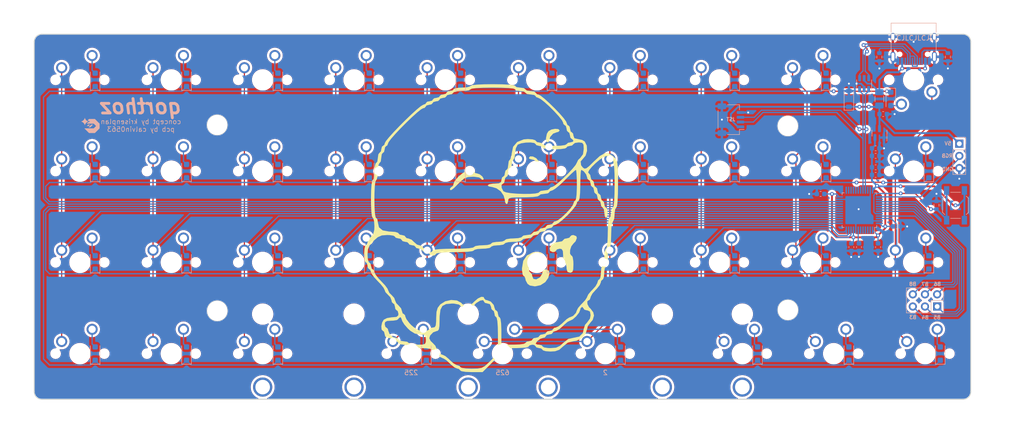
<source format=kicad_pcb>
(kicad_pcb (version 20221018) (generator pcbnew)
  (layers (0 "F.Cu" signal) (31 "B.Cu" signal) (34 "B.Paste" user) (35 "F.Paste" user) (36 "B.SilkS" user "B.Silkscreen") (37 "F.SilkS" user "F.Silkscreen") (38 "B.Mask" user) (39 "F.Mask" user) (44 "Edge.Cuts" user))
  (net 0 "")
  (net 1 "Net-(D1-A)")
  (net 2 "Net-(D2-A)")
  (net 3 "Net-(D3-A)")
  (net 4 "Net-(D4-A)")
  (net 5 "Net-(D5-A)")
  (net 6 "Net-(D6-A)")
  (net 7 "Net-(D7-A)")
  (net 8 "Net-(D8-A)")
  (net 9 "Net-(D9-A)")
  (net 10 "Net-(D10-A)")
  (net 11 "Net-(D11-A)")
  (net 12 "Net-(D12-A)")
  (net 13 "Net-(D13-A)")
  (net 14 "Net-(D14-A)")
  (net 15 "Net-(D15-A)")
  (net 16 "Net-(D16-A)")
  (net 17 "Net-(D17-A)")
  (net 18 "Net-(D18-A)")
  (net 19 "Net-(D19-A)")
  (net 20 "Net-(D20-A)")
  (net 21 "Net-(D21-A)")
  (net 22 "Net-(D22-A)")
  (net 23 "Net-(D23-A)")
  (net 24 "Net-(D24-A)")
  (net 25 "Net-(D25-A)")
  (net 26 "Net-(D26-A)")
  (net 27 "Net-(D27-A)")
  (net 28 "Net-(D28-A)")
  (net 29 "Net-(D29-A)")
  (net 30 "Net-(D30-A)")
  (net 31 "Net-(D31-A)")
  (net 32 "Net-(D32-A)")
  (net 33 "Net-(D33-A)")
  (net 34 "Net-(D34-A)")
  (net 35 "Net-(D35-A)")
  (net 36 "Net-(D36-A)")
  (net 37 "Net-(D37-A)")
  (net 38 "Net-(D38-A)")
  (net 39 "ROW0")
  (net 40 "ROW1")
  (net 41 "ROW2")
  (net 42 "ROW3")
  (net 43 "COL0")
  (net 44 "COL1")
  (net 45 "COL2")
  (net 46 "COL3")
  (net 47 "COL4")
  (net 48 "COL5")
  (net 49 "COL6")
  (net 50 "COL7")
  (net 51 "COL8")
  (net 52 "COL9")
  (net 53 "GND")
  (net 54 "+5V")
  (net 55 "+3V3")
  (net 56 "NRST")
  (net 57 "VBUS")
  (net 58 "/CC1")
  (net 59 "D_USB_P")
  (net 60 "D_USB_N")
  (net 62 "/CC2")
  (net 64 "BOOT0")
  (net 65 "D_P")
  (net 66 "D_N")
  (net 79 "B8")
  (net 81 "RGB")
  (net 82 "B4")
  (net 83 "B3")
  (net 85 "B5")
  (net 86 "B6")
  (net 87 "B7")
  (footprint "PCM_marbastlib-mx:SW_MX_1.25u" (layer "F.Cu") (at 211.93125 49.2125)
    (fp_text reference "MX20" hide)
    (fp_text value "MX_SW_solder" hide)
  )
  (footprint "PCM_marbastlib-mx:SW_MX_1u" (layer "F.Cu") (at 176.2125 87.3125)
    (fp_text reference "MX36" hide)
    (fp_text value "MX_SW_solder" hide)
  )
  (footprint "PCM_marbastlib-mx:SW_MX_1u" (layer "F.Cu") (at 195.2625 87.3125)
    (fp_text reference "MX37" hide)
    (fp_text value "MX_SW_solder" hide)
  )
  (footprint "PCM_marbastlib-mx:SW_MX_1u" (layer "F.Cu") (at 171.45 49.2125)
    (fp_text reference "MX18" hide)
    (fp_text value "MX_SW_solder" hide)
  )
  (footprint "PCM_marbastlib-mx:SW_MX_1u" (layer "F.Cu") (at 147.6375 87.3125)
    (fp_text reference "MX35" hide)
    (fp_text value "MX_SW_solder" hide)
  )
  (footprint "PCM_marbastlib-mx:SW_MX_1u" (layer "F.Cu") (at 38.1 30.1625)
    (fp_text reference "MX1" hide)
    (fp_text value "MX_SW_solder" hide)
  )
  (footprint "PCM_marbastlib-mx:SW_MX_1u" (layer "F.Cu") (at 107.15625 87.3125)
    (fp_text reference "MX34" hide)
    (fp_text value "MX_SW_solder" hide)
  )
  (footprint "PCM_marbastlib-mx:SW_MX_1u" (layer "F.Cu") (at 171.45 68.2625)
    (fp_text reference "MX28" hide)
    (fp_text value "MX_SW_solder" hide)
  )
  (footprint "PCM_marbastlib-mx:SW_MX_1u" (layer "F.Cu") (at 190.5 30.1625)
    (fp_text reference "MX9" hide)
    (fp_text value "MX_SW_solder" hide)
  )
  (footprint "PCM_marbastlib-mx:SW_MX_1u" (layer "F.Cu") (at 133.35 30.1625)
    (fp_text reference "MX6" hide)
    (fp_text value "MX_SW_solder" hide)
  )
  (footprint "PCM_marbastlib-mx:SW_MX_1u" (layer "F.Cu") (at 95.25 68.2625)
    (fp_text reference "MX24" hide)
    (fp_text value "MX_SW_solder" hide)
  )
  (footprint "PCM_marbastlib-mx:SW_MX_1u" (layer "F.Cu") (at 114.3 49.2125)
    (fp_text reference "MX15" hide)
    (fp_text value "MX_SW_solder" hide)
  )
  (footprint "PCM_marbastlib-mx:SW_MX_1u" (layer "F.Cu") (at 152.4 49.2125)
    (fp_text reference "MX17" hide)
    (fp_text value "MX_SW_solder" hide)
  )
  (footprint "PCM_marbastlib-mx:SW_MX_1u" (layer "F.Cu") (at 133.35 49.2125)
    (fp_text reference "MX16" hide)
    (fp_text value "MX_SW_solder" hide)
  )
  (footprint "PCM_marbastlib-mx:SW_MX_1u" (layer "F.Cu") (at 190.5 49.2125)
    (fp_text reference "MX19" hide)
    (fp_text value "MX_SW_solder" hide)
  )
  (footprint "PCM_marbastlib-mx:SW_MX_1u" (layer "F.Cu") (at 114.3 68.2625)
    (fp_text reference "MX25" hide)
    (fp_text value "MX_SW_solder" hide)
  )
  (footprint "PCM_marbastlib-mx:SW_MX_1u" (layer "F.Cu") (at 38.1 68.2625)
    (fp_text reference "MX21" hide)
    (fp_text value "MX_SW_solder" hide)
  )
  (footprint "PCM_marbastlib-mx:SW_MX_1u" (layer "F.Cu") (at 57.15 68.2625)
    (fp_text reference "MX22" hide)
    (fp_text value "MX_SW_solder" hide)
  )
  (footprint "PCM_marbastlib-mx:STAB_MX_P_6.25u" (layer "F.Cu") (at 126.20625 87.3125 180)
    (fp_text reference "S3" hide)
    (fp_text value "MX_stab")
  )
  (footprint "PCM_marbastlib-mx:SW_MX_1u" (layer "F.Cu") (at 114.3 30.1625)
    (fp_text reference "MX5" hide)
    (fp_text value "MX_SW_solder" hide)
  )
  (footprint "PCM_marbastlib-mx:SW_MX_1.25u" (layer "F.Cu") (at 211.93125 30.1625 180)
    (fp_text reference "MX10" hide)
    (fp_text value "MX_SW_solder" hide)
  )
  (footprint "PCM_marbastlib-mx:SW_MX_1u" (layer "F.Cu") (at 57.15 49.2125)
    (fp_text reference "MX12" hide)
    (fp_text value "MX_SW_solder" hide)
  )
  (footprint "PCM_marbastlib-mx:SW_MX_1u" (layer "F.Cu") (at 190.5 68.2625)
    (fp_text reference "MX29" hide)
    (fp_text value "MX_SW_solder" hide)
  )
  (footprint "PCM_marbastlib-mx:SW_MX_1u" (layer "F.Cu") (at 95.25 49.2125)
    (fp_text reference "MX14" hide)
    (fp_text value "MX_SW_solder" hide)
  )
  (footprint "PCM_marbastlib-mx:SW_MX_1u" (layer "F.Cu") (at 57.15 87.3125)
    (fp_text reference "MX32" hide)
    (fp_text value "MX_SW_solder" hide)
  )
  (footprint "PCM_marbastlib-mx:SW_MX_1u" (layer "F.Cu") (at 133.35 68.2625)
    (fp_text reference "MX26" hide)
    (fp_text value "MX_SW_solder" hide)
  )
  (footprint "PCM_marbastlib-mx:SW_MX_1u" (layer "F.Cu") (at 76.2 87.3125)
    (fp_text reference "MX33" hide)
    (fp_text value "MX_SW_solder" hide)
  )
  (footprint "PCM_marbastlib-mx:SW_MX_1u" (layer "F.Cu") (at 76.2 30.1625)
    (fp_text reference "MX3" hide)
    (fp_text value "MX_SW_solder" hide)
  )
  (footprint "PCM_marbastlib-mx:SW_MX_1u" (layer "F.Cu") (at 76.2 68.2625)
    (fp_text reference "MX23" hide)
    (fp_text value "MX_SW_solder" hide)
  )
  (footprint "PCM_marbastlib-mx:SW_MX_1u" (layer "F.Cu") (at 152.4 68.2625)
    (fp_text reference "MX27" hide)
    (fp_text value "MX_SW_solder" hide)
  )
  (footprint "PCM_marbastlib-mx:SW_MX_1u" (layer "F.Cu") (at 126.20625 87.3125)
    (fp_text reference "MX39" hide)
    (fp_text value "MX_SW_solder" hide)
  )
  (footprint "PCM_marbastlib-mx:SW_MX_1u" (layer "F.Cu") (at 95.25 30.1625)
    (fp_text reference "MX4" hide)
    (fp_text value "MX_SW_solder" hide)
  )
  (footprint "PCM_marbastlib-mx:STAB_MX_P_2u" (layer "F.Cu") (at 147.6375 87.3125 180)
    (fp_text reference "S2" hide)
    (fp_text value "MX_stab")
  )
  (footprint "LOGO" (layer "F.Cu") (at 123.825 61.11875)
    (fp_text reference "G***" hide)
    (fp_text value "LOGO" hide)
  )
  (footprint "PCM_marbastlib-mx:SW_MX_1u" (layer "F.Cu") (at 171.45 30.1625)
    (fp_text reference "MX8" hide)
    (fp_text value "MX_SW_solder" hide)
  )
  (footprint "PCM_marbastlib-mx:SW_MX_1u" (layer "F.Cu") (at 76.2 49.2125)
    (fp_text reference "MX13" hide)
    (fp_text value "MX_SW_solder" hide)
  )
  (footprint "PCM_marbastlib-mx:SW_MX_1u" (layer "F.Cu") (at 38.1 87.3125)
    (fp_text reference "MX31" hide)
    (fp_text value "MX_SW_solder" hide)
  )
  (footprint "PCM_marbastlib-mx:SW_MX_1u" (layer "F.Cu") (at 214.3125 87.3125)
    (fp_text reference "MX38" hide)
    (fp_text value "MX_SW_solder" hide)
  )
  (footprint "PCM_marbastlib-mx:SW_MX_1u" (layer "F.Cu") (at 152.4 30.1625)
    (fp_text reference "MX7" hide)
    (fp_text value "MX_SW_solder" hide)
  )
  (footprint "PCM_marbastlib-mx:SW_MX_1u" (layer "F.Cu") (at 57.15 30.1625)
    (fp_text reference "MX2" hide)
    (fp_text value "MX_SW_solder" hide)
  )
  (footprint "PCM_marbastlib-mx:SW_MX_1u" (layer "F.Cu") (at 38.1 49.2125)
    (fp_text reference "MX11" hide)
    (fp_text value "MX_SW_solder" hide)
  )
  (footprint "PCM_marbastlib-mx:SW_MX_1.25u" (layer "F.Cu") (at 211.93125 68.2625)
    (fp_text reference "MX30" hide)
    (fp_text value "MX_SW_solder" hide)
  )
  (footprint "PCM_marbastlib-mx:STAB_MX_P_2.25u" (layer "F.Cu") (at 107.15625 87.3125 180)
    (fp_text reference "S1" hide)
    (fp_text value "MX_stab")
  )
  (footprint "Package_TO_SOT_SMD:SOT-23-6" (layer "B.Cu") (at 201.6125 30.95625 90)
    (fp_text reference "U1" hide)
    (fp_text value "USBLC6-2SC6")
  )
  (footprint "Connector_USB:USB_C_Receptacle_HRO_TYPE-C-31-M-12" (layer "B.Cu") (at 211.93125 22.225)
    (fp_text reference "J1" hide)
    (fp_text value "USB_C_Receptacle_USB2.0")
  )
  (footprint "Connector_PinHeader_2.54mm:PinHeader_2x03_P2.54mm_Vertical" (layer "B.Cu") (at 216.8375 77.475 90)
    (fp_text reference "J4" hide)
    (fp_text value "Conn_01x06")
  )
  (footprint "Diode_SMD:D_SOD-123F" (layer "B.Cu") (at 215.10625 68.2625 90)
    (fp_text reference "D30" hide)
    (fp_text value "D_Small")
  )
  (footprint "Capacitor_SMD:C_0603_1608Metric" (layer "B.Cu") (at 192.526431 53.984079 180)
    (fp_text reference "C6" hide)
    (fp_text value "100nF")
  )
  (footprint "Diode_SMD:D_SOD-123F" (layer "B.Cu") (at 136.525 68.2625 90)
    (fp_text reference "D26" hide)
    (fp_text value "D_Small")
  )
  (footprint "Diode_SMD:D_SOD-123F" (layer "B.Cu") (at 110.33125 87.3125 90)
    (fp_text reference "D34" hide)
    (fp_text value "D_Small")
  )
  (footprint "Diode_SMD:D_SOD-123F" (layer "B.Cu") (at 41.275 68.2625 90)
    (fp_text reference "D21" hide)
    (fp_text value "D_Small")
  )
  (footprint "Diode_SMD:D_SOD-123F" (layer "B.Cu") (at 117.475 49.2125 90)
    (fp_text reference "D15" hide)
    (fp_text value "D_Small")
  )
  (footprint "Package_TO_SOT_SMD:SOT-23" (layer "B.Cu") (at 204.80625 41.275 90)
    (fp_text reference "U3" hide)
    (fp_text value "XC6206PxxxMR-Regulator_Linear")
  )
  (footprint "Capacitor_SMD:C_0603_1608Metric" (layer "B.Cu") (at 208.401431 60.749257)
    (fp_text reference "C8" hide)
    (fp_text value "100nF")
  )
  (footprint "Diode_SMD:D_SOD-123F" (layer "B.Cu") (at 60.325 49.2125 90)
    (fp_text reference "D12" hide)
    (fp_text value "D_Small")
  )
  (footprint "Diode_SMD:D_SOD-123F" (layer "B.Cu") (at 155.575 68.2625 90)
    (fp_text reference "D27" hide)
    (fp_text value "D_Small")
  )
  (footprint "Diode_SMD:D_SOD-123F" (layer "B.Cu") (at 150.8125 87.3125 90)
    (fp_text reference "D35" hide)
    (fp_text value "D_Small")
  )
  (footprint "Connector_PinHeader_2.54mm:PinHeader_1x03_P2.54mm_Vertical" (layer "B.Cu") (at 221.45625 43.4975 180)
    (fp_text reference "J2" hide)
    (fp_text value "Conn_01x03_Socket")
  )
  (footprint "Diode_SMD:D_SOD-123F" (layer "B.Cu") (at 79.375 30.1625 90)
    (fp_text reference "D3" hide)
    (fp_text value "D_Small")
  )
  (footprint "Diode_SMD:D_SOD-123F" (layer "B.Cu") (at 193.675 68.2625 90)
    (fp_text reference "D29" hide)
    (fp_text value "D_Small")
  )
  (footprint "Button_Switch_SMD:SW_SPST_SKQG_WithoutStem" (layer "B.Cu") (at 220.6625 56.35625 90)
    (fp_text reference "SW1" hide)
    (fp_text value "SKQGABE010")
  )
  (footprint "Capacitor_SMD:C_0603_1608Metric" (layer "B.Cu") (at 205.58125 37.30625 180)
    (fp_text reference "C1" hide)
    (fp_text value "1uF")
  )
  (footprint "Diode_SMD:D_SOD-123F" (layer "B.Cu") (at 174.625 68.2625 90)
    (fp_text reference "D28" hide)
    (fp_text value "D_Small")
  )
  (footprint "Diode_SMD:D_SOD-123F" (layer "B.Cu") (at 79.375 68.2625 90)
    (fp_text reference "D23" hide)
    (fp_text value "D_Small")
  )
  (footprint "Diode_SMD:D_SOD-123F" (layer "B.Cu") (at 136.525 49.2125 90)
    (fp_text reference "D16" hide)
    (fp_text value "D_Small")
  )
  (footprint "Diode_SMD:D_SOD-123F" (layer "B.Cu") (at 174.625 30.1625 90)
    (fp_text reference "D8" hide)
    (fp_text value "D_Small")
  )
  (footprint "Capacitor_SMD:C_0603_1608Metric" (layer "B.Cu") (at 204.0125 44.45 180)
    (fp_text reference "C2" hide)
    (fp_text value "1uF")
  )
  (footprint "Capacitor_SMD:C_0603_1608Metric" (layer "B.Cu") (at 204.0125 50.00625)
    (fp_text reference "C9" hide)
    (fp_text value "100nF")
  )
  (footprint "Diode_SMD:D_SOD-123F" (layer "B.Cu") (at 41.275 49.2125 90)
    (fp_text reference "D11" hide)
    (fp_text value "D_Small")
  )
  (footprint "Capacitor_SMD:C_0603_1608Metric" (layer "B.Cu") (at 200.536431 65.077829 -90)
    (fp_text reference "C10" hide)
    (fp_text value "100nF")
  )
  (footprint "Diode_SMD:D_SOD-123" (layer "B.Cu") (at 198.4375 34.13125 90)
    (fp_text reference "D_PWR1" hide)
    (fp_text value "SMF9.0CA")
  )
  (footprint "Diode_SMD:D_SOD-123F" (layer "B.Cu") (at 79.375 87.3125 90)
    (fp_text reference "D33" hide)
    (fp_text value "D_Small")
  )
  (footprint "Capacitor_SMD:C_0603_1608Metric" (layer "B.Cu") (at 204.521075 65.078146 -90)
    (fp_text reference "C7" hide)
    (fp_text value "100nF")
  )
  (footprint "Diode_SMD:D_SOD-123F" (layer "B.Cu") (at 79.375 49.2125 90)
    (fp_text reference "D13" hide)
    (fp_text value "D_Small")
  )
  (footprint "Diode_SMD:D_SOD-123F" (layer "B.Cu") (at 215.10625 49.2125 90)
    (fp_text reference "D20" hide)
    (fp_text value "D_Small")
  )
  (footprint "Capacitor_SMD:C_0603_1608Metric" (layer "B.Cu") (at 204.0125 48.41875)
    (fp_text reference "C4" hide)
    (fp_text value "1uF")
  )
  (footprint "Diode_SMD:D_SOD-123F" (layer "B.Cu") (at 198.4375 87.3125 90)
    (fp_text reference "D37" hide)
    (fp_text value "D_Small")
  )
  (footprint "Diode_SMD:D_SOD-123F" (layer "B.Cu") (at 117.475 68.2625 90)
    (fp_text reference "D25" hide)
    (fp_text value "D_Small")
  )
  (footprint "Resistor_SMD:R_0603_1608Metric" (layer "B.Cu") (at 216.69375 56.325 90)
    (fp_text reference "R3" hide)
    (fp_text value "10k")
  )
  (footprint "Resistor_SMD:R_0603_1608Metric" (layer "B.Cu") (at 219.075 25.4 -90)
    (fp_text reference "R2" hide)
    (fp_text value "5k1")
  )
  (footprint "Diode_SMD:D_SOD-123F" (layer "B.Cu") (at 41.275 87.3125 90)
    (fp_text reference "D31" hide)
    (fp_text value "D_Small")
  )
  (footprint "Diode_SMD:D_SOD-123F" (layer "B.Cu") (at 41.275 30.1625 90)
    (fp_text reference "D1" hide)
    (fp_text value "D_Small")
  )
  (footprint "Diode_SMD:D_SOD-123F" (layer "B.Cu") (at 217.4875 87.3125 90)
    (fp_text reference "D38" hide)
    (fp_text value "D_Small")
  )
  (footprint "Diode_SMD:D_SOD-123F" (layer "B.Cu") (at 117.475 30.1625 90)
    (fp_text reference "D5" hide)
    (fp_text value "D_Small")
  )
  (footprint "Resistor_SMD:R_0603_1608Metric" (layer "B.Cu") (at 204.7875 25.4 -90)
    (fp_text reference "R1" hide)
    (fp_text value "5k1")
  )
  (footprint "Diode_SMD:D_SOD-123F" (layer "B.Cu") (at 174.625 49.2125 90)
    (fp_text reference "D18" hide)
    (fp_text value "D_Small")
  )
  (footprint "Diode_SMD:D_SOD-123F" (layer "B.Cu") (at 60.325 68.2625 90)
    (fp_text reference "D22" hide)
    (fp_text value "D_Small")
  )
  (footprint "Diode_SMD:D_SOD-123F" (layer "B.Cu") (at 155.575 49.2125 90)
    (fp_text reference "D17" hide)
    (fp_text value "D_Small")
  )
  (footprint "Capacitor_SMD:C_0603_1608Metric" (layer "B.Cu") (at 198.948931 65.077829 -90)
    (fp_text reference "C5" hide)
    (fp_text value "100nF")
  )
  (footprint "Capacitor_SMD:C_0603_1608Metric" (layer "B.Cu") (at 204.0125 46.0375)
    (fp_text reference "C3" hide)
    (fp_text value "4.7uF")
  )
  (footprint "Connector_JST:JST_SH_SM04B-SRSS-TB_1x04-1MP_P1.00mm_Horizontal" (layer "B.Cu") (at 173.83125 38.475 90)
    (fp_text reference "J3" hide)
    (fp_text value "JST SH")
  )
  (footprint "Diode_SMD:D_SOD-123F" (layer "B.Cu") (at 193.675 49.2125 90)
    (fp_text reference "D19" hide)
    (fp_text value "D_Small")
  )
  (footprint "Diode_SMD:D_SOD-123F" (layer "B.Cu") (at 98.425 49.2125 90)
    (fp_text reference "D14" hide)
    (fp_text value "D_Small")
  )
  (footprint "Package_QFP:LQFP-48_7x7mm_P0.5mm" (layer "B.Cu") (at 200.626431 57.352829 90)
    (fp_text reference "U2" hide)
    (fp_text value "STM32F072C8Tx")
  )
  (footprint "LOGO" (layer "B.Cu") (at 40.48125 39.6875 180)
    (fp_text reference "G***" hide)
    (fp_text value "LOGO" hide)
  )
  (footprint "Diode_SMD:D_SOD-123F" (layer "B.Cu") (at 207.16875 34.13125 -90)
    (fp_text reference "D10" hide)
    (fp_text value "D_Small")
  )
  (footprint "Diode_SMD:D_SOD-123F" (layer "B.Cu") (at 193.675 30.1625 90)
    (fp_text reference "D9" hide)
    (fp_text value "D_Small")
  )
  (footprint "Diode_SMD:D_SOD-123F" (layer "B.Cu") (at 155.575 30.1625 90)
    (fp_text reference "D7" hide)
    (fp_text value "D_Small")
  )
  (footprint "Diode_SMD:D_SOD-123F" (layer "B.Cu") (at 179.3875 87.3125 90)
    (fp_text reference "D36" hide)
    (fp_text value "D_Small")
  )
  (footprint "Diode_SMD:D_SOD-123F" (layer "B.Cu") (at 60.325 87.3125 90)
    (fp_text reference "D32" hide)
    (fp_text value "D_Small")
  )
  (footprint "Fuse:Fuse_1206_3216Metric" (layer "B.Cu") (at 204.7875 34.13125 -90)
    (fp_text reference "F1" hide)
    (fp_text value "500mA")
  )
  (footprint "Diode_SMD:D_SOD-123F" (layer "B.Cu") (at 60.325 30.1625 90)
    (fp_text reference "D2" hide)
    (fp_text value "D_Small")
  )
  (footprint "Diode_SMD:D_SOD-123F" (layer "B.Cu") (at 98.425 30.1625 90)
    (fp_text reference "D4" hide)
    (fp_text value "D_Small")
  )
  (footprint "Diode_SMD:D_SOD-123F" (layer "B.Cu") (at 136.525 30.1625 90)
    (fp_text reference "D6" hide)
    (fp_text value "D_Small")
  )
  (footprint "Diode_SMD:D_SOD-123F" (layer "B.Cu") (at 98.425 68.2625 90)
    (fp_text reference "D24" hide)
    (fp_text value "D_Small")
  )
  (gr_arc (start 30.1625 96.8375) (mid 29.039968 96.372532) (end 28.575 95.25) (stroke (width 0.2)) (layer "Edge.Cuts"))
  (gr_circle (center 185.715892 78.190831) (end 187.865892 78.190831) (stroke (width 0.1)) (fill none) (layer "Edge.Cuts"))
  (gr_arc (start 28.575 22.225) (mid 29.039968 21.102468) (end 30.1625 20.6375) (stroke (width 0.2)) (layer "Edge.Cuts"))
  (gr_line (start 223.8375 95.25) (end 223.8375 22.225) (stroke (width 0.2)) (layer "Edge.Cuts"))
  (gr_arc (start 223.8375 95.25) (mid 223.372532 96.372532) (end 222.25 96.8375) (stroke (width 0.2)) (layer "Edge.Cuts"))
  (gr_line (start 28.575 22.225) (end 28.575 95.25) (stroke (width 0.2)) (layer "Edge.Cuts"))
  (gr_circle (center 66.733163 78.380969) (end 68.883163 78.380969) (stroke (width 0.1)) (fill none) (layer "Edge.Cuts"))
  (gr_line (start 30.1625 20.6375) (end 222.25 20.6375) (stroke (width 0.2)) (layer "Edge.Cuts"))
  (gr_circle (center 66.719564 39.578114) (end 68.869564 39.578114) (stroke (width 0.1)) (fill none) (layer "Edge.Cuts"))
  (gr_circle (center 185.699687 39.779329) (end 187.849687 39.779329) (stroke (width 0.1)) (fill none) (layer "Edge.Cuts"))
  (gr_arc (start 222.25 20.6375) (mid 223.372532 21.102468) (end 223.8375 22.225) (stroke (width 0.2)) (layer "Edge.Cuts"))
  (gr_line (start 30.1625 96.8375) (end 222.25 96.8375) (stroke (width 0.2)) (layer "Edge.Cuts"))
  (gr_text "5V" (at 219.075 43.440297) (layer "B.SilkS") (effects (font (size 0.75 0.75)) (justify mirror)))
  (gr_text "JST" (at 173.83125 38.422565) (layer "B.SilkS") (effects (font (size 0.75 0.75)) (justify mirror)))
  (gr_text "B5" (at 216.817714 80.190626) (layer "B.SilkS") (effects (font (size 0.75 0.75)) (justify bottom mirror)))
  (gr_text "concept by krisenplan\npcb by calvin0563" (at 50.8 39.6875) (layer "B.SilkS") (effects (font (size 1 1) (thickness 0.125)) (justify mirror)))
  (gr_text "B3" (at 211.783586 80.158093) (layer "B.SilkS") (effects (font (size 0.75 0.75)) (justify bottom mirror)))
  (gr_text "225" (at 107.15625 91.28125) (layer "B.SilkS") (effects (font (size 1 1)) (justify mirror)))
  (gr_text "JLCJLCJLCJLC" (at 211.93125 21.43125) (layer "B.SilkS") (effects (font (size 1 1))))
  (gr_text "B7" (at 214.3125 73.267119) (layer "B.SilkS") (effects (font (size 0.75 0.75)) (justify bottom mirror)))
  (gr_text "625" (at 126.20625 91.28125) (layer "B.SilkS") (effects (font (size 1 1)) (justify mirror)))
  (gr_text "B8" (at 211.742056 73.221884) (layer "B.SilkS") (effects (font (size 0.75 0.75)) (justify bottom mirror)))
  (gr_text "GND" (at 219.009371 48.807792) (layer "B.SilkS") (effects (font (size 0.75 0.75)) (justify mirror)))
  (gr_text "B4" (at 214.326683 80.202867) (layer "B.SilkS") (effects (font (size 0.75 0.75)) (justify bottom mirror)))
  (gr_text "2" (at 147.6375 91.28125) (layer "B.SilkS") (effects (font (size 1 1)) (justify mirror)))
  (gr_text "qorthoz" (at 50.8 35.71875) (layer "B.SilkS") (effects (font (size 3 3) (thickness 0.6) bold italic) (justify mirror)))
  (gr_text "RGB" (at 218.932805 46.029526) (layer "B.SilkS") (effects (font (size 0.75 0.75)) (justify mirror)))
  (gr_text "B6" (at 216.872004 73.234305) (layer "B.SilkS") (effects (font (size 0.75 0.75)) (justify bottom mirror)))
  (segment (start 40.64 28.1275) (end 41.275 28.7625) (width 0.25) (layer "B.Cu") (net 1))
  (segment (start 40.64 25.0825) (end 40.64 28.1275) (width 0.25) (layer "B.Cu") (net 1))
  (segment (start 59.69 25.0825) (end 59.69 28.1275) (width 0.25) (layer "B.Cu") (net 2))
  (segment (start 59.69 28.1275) (end 60.325 28.7625) (width 0.25) (layer "B.Cu") (net 2))
  (segment (start 78.74 28.1275) (end 79.375 28.7625) (width 0.25) (layer "B.Cu") (net 3))
  (segment (start 78.74 25.0825) (end 78.74 28.1275) (width 0.25) (layer "B.Cu") (net 3))
  (segment (start 97.79 28.1275) (end 98.425 28.7625) (width 0.25) (layer "B.Cu") (net 4))
  (segment (start 97.79 25.0825) (end 97.79 28.1275) (width 0.25) (layer "B.Cu") (net 4))
  (segment (start 116.84 25.0825) (end 116.84 28.1275) (width 0.25) (layer "B.Cu") (net 5))
  (segment (start 116.84 28.1275) (end 117.475 28.7625) (width 0.25) (layer "B.Cu") (net 5))
  (segment (start 135.89 28.1275) (end 136.525 28.7625) (width 0.25) (layer "B.Cu") (net 6))
  (segment (start 135.89 25.0825) (end 135.89 28.1275) (width 0.25) (layer "B.Cu") (net 6))
  (segment (start 154.94 28.1275) (end 155.575 28.7625) (width 0.25) (layer "B.Cu") (net 7))
  (segment (start 154.94 25.0825) (end 154.94 28.1275) (width 0.25) (layer "B.Cu") (net 7))
  (segment (start 173.99 28.1275) (end 174.625 28.7625) (width 0.25) (layer "B.Cu") (net 8))
  (segment (start 173.99 25.0825) (end 173.99 28.1275) (width 0.25) (layer "B.Cu") (net 8))
  (segment (start 193.04 25.0825) (end 193.04 28.1275) (width 0.25) (layer "B.Cu") (net 9))
  (segment (start 193.04 28.1275) (end 193.675 28.7625) (width 0.25) (layer "B.Cu") (net 9))
  (segment (start 207.16875 35.53125) (end 209.1025 35.53125) (width 0.25) (layer "B.Cu") (net 10))
  (segment (start 209.1025 35.53125) (end 209.39125 35.2425) (width 0.25) (layer "B.Cu") (net 10))
  (segment (start 40.64 47.1775) (end 41.275 47.8125) (width 0.25) (layer "B.Cu") (net 11))
  (segment (start 40.64 44.1325) (end 40.64 47.1775) (width 0.25) (layer "B.Cu") (net 11))
  (segment (start 59.69 47.1775) (end 60.325 47.8125) (width 0.25) (layer "B.Cu") (net 12))
  (segment (start 59.69 44.1325) (end 59.69 47.1775) (width 0.25) (layer "B.Cu") (net 12))
  (segment (start 78.74 44.1325) (end 78.74 47.1775) (width 0.25) (layer "B.Cu") (net 13))
  (segment (start 78.74 47.1775) (end 79.375 47.8125) (width 0.25) (layer "B.Cu") (net 13))
  (segment (start 97.79 47.1775) (end 98.425 47.8125) (width 0.25) (layer "B.Cu") (net 14))
  (segment (start 97.79 44.1325) (end 97.79 47.1775) (width 0.25) (layer "B.Cu") (net 14))
  (segment (start 116.84 44.1325) (end 116.84 47.1775) (width 0.25) (layer "B.Cu") (net 15))
  (segment (start 116.84 47.1775) (end 117.475 47.8125) (width 0.25) (layer "B.Cu") (net 15))
  (segment (start 135.89 47.1775) (end 136.525 47.8125) (width 0.25) (layer "B.Cu") (net 16))
  (segment (start 135.89 44.1325) (end 135.89 47.1775) (width 0.25) (layer "B.Cu") (net 16))
  (segment (start 154.94 44.1325) (end 154.94 47.1775) (width 0.25) (layer "B.Cu") (net 17))
  (segment (start 154.94 47.1775) (end 155.575 47.8125) (width 0.25) (layer "B.Cu") (net 17))
  (segment (start 173.99 47.1775) (end 174.625 47.8125) (width 0.25) (layer "B.Cu") (net 18))
  (segment (start 173.99 44.1325) (end 173.99 47.1775) (width 0.25) (layer "B.Cu") (net 18))
  (segment (start 193.04 44.1325) (end 193.04 47.1775) (width 0.25) (layer "B.Cu") (net 19))
  (segment (start 193.04 47.1775) (end 193.675 47.8125) (width 0.25) (layer "B.Cu") (net 19))
  (segment (start 214.47125 47.1775) (end 215.10625 47.8125) (width 0.25) (layer "B.Cu") (net 20))
  (segment (start 214.47125 44.1325) (end 214.47125 47.1775) (width 0.25) (layer "B.Cu") (net 20))
  (segment (start 40.64 66.2275) (end 41.275 66.8625) (width 0.25) (layer "B.Cu") (net 21))
  (segment (start 40.64 63.1825) (end 40.64 66.2275) (width 0.25) (layer "B.Cu") (net 21))
  (segment (start 59.69 66.2275) (end 60.325 66.8625) (width 0.25) (layer "B.Cu") (net 22))
  (segment (start 59.69 63.1825) (end 59.69 66.2275) (width 0.25) (layer "B.Cu") (net 22))
  (segment (start 78.74 66.2275) (end 79.375 66.8625) (width 0.25) (layer "B.Cu") (net 23))
  (segment (start 78.74 63.1825) (end 78.74 66.2275) (width 0.25) (layer "B.Cu") (net 23))
  (segment (start 97.79 66.2275) (end 98.425 66.8625) (width 0.25) (layer "B.Cu") (net 24))
  (segment (start 97.79 63.1825) (end 97.79 66.2275) (width 0.25) (layer "B.Cu") (net 24))
  (segment (start 116.84 63.1825) (end 116.84 66.2275) (width 0.25) (layer "B.Cu") (net 25))
  (segment (start 116.84 66.2275) (end 117.475 66.8625) (width 0.25) (layer "B.Cu") (net 25))
  (segment (start 135.89 66.2275) (end 136.525 66.8625) (width 0.25) (layer "B.Cu") (net 26))
  (segment (start 135.89 63.1825) (end 135.89 66.2275) (width 0.25) (layer "B.Cu") (net 26))
  (segment (start 154.94 63.1825) (end 154.94 66.2275) (width 0.25) (layer "B.Cu") (net 27))
  (segment (start 154.94 66.2275) (end 155.575 66.8625) (width 0.25) (layer "B.Cu") (net 27))
  (segment (start 173.99 66.2275) (end 174.625 66.8625) (width 0.25) (layer "B.Cu") (net 28))
  (segment (start 173.99 63.1825) (end 173.99 66.2275) (width 0.25) (layer "B.Cu") (net 28))
  (segment (start 192.685181 66.236579) (end 193.320181 66.871579) (width 0.25) (layer "B.Cu") (net 29))
  (segment (start 192.685181 63.191579) (end 192.685181 66.236579) (width 0.25) (layer "B.Cu") (net 29))
  (segment (start 214.47125 63.1825) (end 214.47125 66.2275) (width 0.25) (layer "B.Cu") (net 30))
  (segment (start 214.47125 66.2275) (end 215.10625 66.8625) (width 0.25) (layer "B.Cu") (net 30))
  (segment (start 40.64 82.2325) (end 40.64 85.2775) (width 0.25) (layer "B.Cu") (net 31))
  (segment (start 40.64 85.2775) (end 41.275 85.9125) (width 0.25) (layer "B.Cu") (net 31))
  (segment (start 59.69 82.2325) (end 59.69 85.2775) (width 0.25) (layer "B.Cu") (net 32))
  (segment (start 59.69 85.2775) (end 60.325 85.9125) (width 0.25) (layer "B.Cu") (net 32))
  (segment (start 78.74 82.2325) (end 78.74 85.2775) (width 0.25) (layer "B.Cu") (net 33))
  (segment (start 78.74 85.2775) (end 79.375 85.9125) (width 0.25) (layer "B.Cu") (net 33))
  (segment (start 109.69625 82.2325) (end 109.69625 85.2775) (width 0.25) (layer "B.Cu") (net 34))
  (segment (start 109.69625 85.2775) (end 110.33125 85.9125) (width 0.25) (layer "B.Cu") (net 34))
  (segment (start 128.74625 82.2325) (end 150.1775 82.2325) (width 0.25) (layer "B.Cu") (net 35))
  (segment (start 150.1775 85.2775) (end 150.8125 85.9125) (width 0.25) (layer "B.Cu") (net 35))
  (segment (start 150.1775 82.2325) (end 150.1775 85.2775) (width 0.25) (layer "B.Cu") (net 35))
  (segment (start 178.7525 85.2775) (end 179.3875 85.9125) (width 0.25) (layer "B.Cu") (net 36))
  (segment (start 178.7525 82.2325) (end 178.7525 85.2775) (width 0.25) (layer "B.Cu") (net 36))
  (segment (start 197.8025 82.2325) (end 197.8025 85.2775) (width 0.25) (layer "B.Cu") (net 37))
  (segment (start 197.8025 85.2775) (end 198.4375 85.9125) (width 0.25) (layer "B.Cu") (net 37))
  (segment (start 216.8525 82.2325) (end 216.8525 85.2775) (width 0.25) (layer "B.Cu") (net 38))
  (segment (start 216.8525 85.2775) (end 217.4875 85.9125) (width 0.25) (layer "B.Cu") (net 38))
  (segment (start 195.2625 32.54375) (end 206.375 32.54375) (width 0.25) (layer "F.Cu") (net 39))
  (via (at 206.375 32.54375) (size 0.8) (drill 0.4) (layers "F.Cu" "B.Cu") (net 39))
  (via (at 195.2625 32.54375) (size 0.8) (drill 0.4) (layers "F.Cu" "B.Cu") (net 39))
  (segment (start 174.625 31.5625) (end 175.5939 32.5314) (width 0.25) (layer "B.Cu") (net 39))
  (segment (start 117.475 31.5625) (end 118.4439 32.5314) (width 0.25) (layer "B.Cu") (net 39))
  (segment (start 154.6061 32.5314) (end 155.575 31.5625) (width 0.25) (layer "B.Cu") (net 39))
  (segment (start 196.81875 56.09375) (end 31.613604 56.09375) (width 0.25) (layer "B.Cu") (net 39))
  (segment (start 193.675 31.5625) (end 194.6439 32.5314) (width 0.25) (layer "B.Cu") (net 39))
  (segment (start 61.2939 32.5314) (end 78.4061 32.5314) (width 0.25) (layer "B.Cu") (net 39))
  (segment (start 99.3939 32.5314) (end 116.5061 32.5314) (width 0.25) (layer "B.Cu") (net 39))
  (segment (start 31.613604 56.09375) (end 30.50625 54.986396) (width 0.25) (layer "B.Cu") (net 39))
  (segment (start 206.375 32.54375) (end 206.98125 32.54375) (width 0.25) (layer "B.Cu") (net 39))
  (segment (start 195.25015 32.5314) (end 195.2625 32.54375) (width 0.25) (layer "B.Cu") (net 39))
  (segment (start 59.3561 32.5314) (end 60.325 31.5625) (width 0.25) (layer "B.Cu") (net 39))
  (segment (start 192.7061 32.5314) (end 193.675 31.5625) (width 0.25) (layer "B.Cu") (net 39))
  (segment (start 80.3439 32.5314) (end 97.4561 32.5314) (width 0.25) (layer "B.Cu") (net 39))
  (segment (start 31.75 32.54375) (end 40.29375 32.54375) (width 0.25) (layer "B.Cu") (net 39))
  (segment (start 79.375 31.5625) (end 80.3439 32.5314) (width 0.25) (layer "B.Cu") (net 39))
  (segment (start 78.4061 32.5314) (end 79.375 31.5625) (width 0.25) (layer "B.Cu") (net 39))
  (segment (start 118.4439 32.5314) (end 135.5561 32.5314) (width 0.25) (layer "B.Cu") (net 39))
  (segment (start 173.6561 32.5314) (end 174.625 31.5625) (width 0.25) (layer "B.Cu") (net 39))
  (segment (start 40.29375 32.54375) (end 41.275 31.5625) (width 0.25) (layer "B.Cu") (net 39))
  (segment (start 97.4561 32.5314) (end 98.425 31.5625) (width 0.25) (layer "B.Cu") (net 39))
  (segment (start 206.98125 32.54375) (end 207.16875 32.73125) (width 0.25) (layer "B.Cu") (net 39))
  (segment (start 42.2439 32.5314) (end 59.3561 32.5314) (width 0.25) (layer "B.Cu") (net 39))
  (segment (start 30.50625 33.7875) (end 31.75 32.54375) (width 0.25) (layer "B.Cu") (net 39))
  (segment (start 30.50625 54.986396) (end 30.50625 33.7875) (width 0.25) (layer "B.Cu") (net 39))
  (segment (start 137.4939 32.5314) (end 154.6061 32.5314) (width 0.25) (layer "B.Cu") (net 39))
  (segment (start 155.575 31.5625) (end 156.5439 32.5314) (width 0.25) (layer "B.Cu") (net 39))
  (segment (start 175.5939 32.5314) (end 192.7061 32.5314) (width 0.25) (layer "B.Cu") (net 39))
  (segment (start 136.525 31.5625) (end 137.4939 32.5314) (width 0.25) (layer "B.Cu") (net 39))
  (segment (start 194.6439 32.5314) (end 195.25015 32.5314) (width 0.25) (layer "B.Cu") (net 39))
  (segment (start 41.275 31.5625) (end 42.2439 32.5314) (width 0.25) (layer "B.Cu") (net 39))
  (segment (start 60.325 31.5625) (end 61.2939 32.5314) (width 0.25) (layer "B.Cu") (net 39))
  (segment (start 116.5061 32.5314) (end 117.475 31.5625) (width 0.25) (layer "B.Cu") (net 39))
  (segment (start 98.425 31.5625) (end 99.3939 32.5314) (width 0.25) (layer "B.Cu") (net 39))
  (segment (start 135.5561 32.5314) (end 136.525 31.5625) (width 0.25) (layer "B.Cu") (net 39))
  (segment (start 156.5439 32.5314) (end 173.6561 32.5314) (width 0.25) (layer "B.Cu") (net 39))
  (segment (start 200.025 51.59375) (end 200.078421 51.540329) (width 0.25) (layer "F.Cu") (net 40))
  (segment (start 200.078421 51.540329) (end 205.527829 51.540329) (width 0.25) (layer "F.Cu") (net 40))
  (segment (start 205.527829 51.540329) (end 205.58125 51.59375) (width 0.25) (layer "F.Cu") (net 40))
  (via (at 200.025 51.59375) (size 0.8) (drill 0.4) (layers "F.Cu" "B.Cu") (net 40))
  (via (at 205.58125 51.59375) (size 0.8) (drill 0.4) (layers "F.Cu" "B.Cu") (net 40))
  (segment (start 41.275 50.6125) (end 42.2439 51.5814) (width 0.25) (layer "B.Cu") (net 40))
  (segment (start 97.4561 51.5814) (end 98.425 50.6125) (width 0.25) (layer "B.Cu") (net 40))
  (segment (start 174.625 50.6125) (end 173.6561 51.5814) (width 0.25) (layer "B.Cu") (net 40))
  (segment (start 59.3561 51.5814) (end 60.325 50.6125) (width 0.25) (layer "B.Cu") (net 40))
  (segment (start 116.5061 51.5814) (end 117.475 50.6125) (width 0.25) (layer "B.Cu") (net 40))
  (segment (start 156.5439 51.5814) (end 155.575 50.6125) (width 0.25) (layer "B.Cu") (net 40))
  (segment (start 135.5561 51.5814) (end 136.525 50.6125) (width 0.25) (layer "B.Cu") (net 40))
  (segment (start 155.575 50.6125) (end 154.6061 51.5814) (width 0.25) (layer "B.Cu") (net 40))
  (segment (start 30.95625 52.383022) (end 30.95625 54.76875) (width 0.25) (layer "B.Cu") (net 40))
  (segment (start 79.375 50.6125) (end 80.3439 51.5814) (width 0.25) (layer "B.Cu") (net 40))
  (segment (start 137.4939 51.5814) (end 136.525 50.6125) (width 0.25) (layer "B.Cu") (net 40))
  (segment (start 80.3439 51.5814) (end 97.4561 51.5814) (width 0.25) (layer "B.Cu") (net 40))
  (segment (start 99.3939 51.5814) (end 116.5061 51.5814) (width 0.25) (layer "B.Cu") (net 40))
  (segment (start 40.29375 51.59375) (end 31.745522 51.59375) (width 0.25) (layer "B.Cu") (net 40))
  (segment (start 98.425 50.6125) (end 99.3939 51.5814) (width 0.25) (layer "B.Cu") (net 40))
  (segment (start 200.025 51.59375) (end 194.65625 51.59375) (width 0.25) (layer "B.Cu") (net 40))
  (segment (start 31.75 55.5625) (end 31.75 55.59375) (width 0.25) (layer "B.Cu") (net 40))
  (segment (start 135.5561 51.5814) (end 118.4439 51.5814) (width 0.25) (layer "B.Cu") (net 40))
  (segment (start 214.125 51.59375) (end 215.10625 50.6125) (width 0.25) (layer "B.Cu") (net 40))
  (segment (start 78.4061 51.5814) (end 79.375 50.6125) (width 0.25) (layer "B.Cu") (net 40))
  (segment (start 31.745522 51.59375) (end 30.95625 52.383022) (width 0.25) (layer "B.Cu") (net 40))
  (segment (start 42.2439 51.5814) (end 59.3561 51.5814) (width 0.25) (layer "B.Cu") (net 40))
  (segment (start 41.275 50.6125) (end 40.29375 51.59375) (width 0.25) (layer "B.Cu") (net 40))
  (segment (start 60.325 50.6125) (end 61.2939 51.5814) (width 0.25) (layer "B.Cu") (net 40))
  (segment (start 205.58125 51.59375) (end 214.125 51.59375) (width 0.25) (layer "B.Cu") (net 40))
  (segment (start 175.5939 51.5814) (end 174.625 50.6125) (width 0.25) (layer "B.Cu") (net 40))
  (segment (start 61.2939 51.5814) (end 78.4061 51.5814) (width 0.25) (layer "B.Cu") (net 40))
  (segment (start 154.6061 51.5814) (end 137.4939 51.5814) (width 0.25) (layer "B.Cu") (net 40))
  (segment (start 194.65625 51.59375) (end 193.675 50.6125) (width 0.25) (layer "B.Cu") (net 40))
  (segment (start 192.7061 51.5814) (end 175.5939 51.5814) (width 0.25) (layer "B.Cu") (net 40))
  (segment (start 31.75 55.59375) (end 196.81875 55.59375) (width 0.25) (layer "B.Cu") (net 40))
  (segment (start 173.6561 51.5814) (end 156.5439 51.5814) (width 0.25) (layer "B.Cu") (net 40))
  (segment (start 117.475 50.6125) (end 118.4439 51.5814) (width 0.25) (layer "B.Cu") (net 40))
  (segment (start 193.675 50.6125) (end 192.7061 51.5814) (width 0.25) (layer "B.Cu") (net 40))
  (segment (start 30.95625 54.76875) (end 31.75 55.5625) (width 0.25) (layer "B.Cu") (net 40))
  (segment (start 79.375 69.6625) (end 80.3439 70.6314) (width 0.25) (layer "B.Cu") (net 41))
  (segment (start 214.13735 70.6314) (end 215.10625 69.6625) (width 0.25) (layer "B.Cu") (net 41))
  (segment (start 60.325 69.6625) (end 61.2939 70.6314) (width 0.25) (layer "B.Cu") (net 41))
  (segment (start 78.4061 70.6314) (end 79.375 69.6625) (width 0.25) (layer "B.Cu") (net 41))
  (segment (start 136.525 69.6625) (end 137.4939 70.6314) (width 0.25) (layer "B.Cu") (net 41))
  (segment (start 59.3561 70.6314) (end 60.325 69.6625) (width 0.25) (layer "B.Cu") (net 41))
  (segment (start 97.4561 70.6314) (end 98.425 69.6625) (width 0.25) (layer "B.Cu") (net 41))
  (segment (start 155.575 69.6625) (end 156.5439 70.6314) (width 0.25) (layer "B.Cu") (net 41))
  (segment (start 42.2439 70.6314) (end 59.3561 70.6314) (width 0.25) (layer "B.Cu") (net 41))
  (segment (start 116.5061 70.6314) (end 117.475 69.6625) (width 0.25) (layer "B.Cu") (net 41))
  (segment (start 175.5939 70.6314) (end 192.7061 70.6314) (width 0.25) (layer "B.Cu") (net 41))
  (segment (start 99.3939 70.6314) (end 116.5061 70.6314) (width 0.25) (layer "B.Cu") (net 41))
  (segment (start 135.5561 70.6314) (end 136.525 69.6625) (width 0.25) (layer "B.Cu") (net 41))
  (segment (start 117.475 69.6625) (end 118.4439 70.6314) (width 0.25) (layer "B.Cu") (net 41))
  (segment (start 61.2939 70.6314) (end 78.4061 70.6314) (width 0.25) (layer "B.Cu") (net 41))
  (segment (start 173.6561 70.6314) (end 174.625 69.6625) (width 0.25) (layer "B.Cu") (net 41))
  (segment (start 118.4439 70.6314) (end 135.5561 70.6314) (width 0.25) (layer "B.Cu") (net 41))
  (segment (start 174.625 69.6625) (end 175.5939 70.6314) (width 0.25) (layer "B.Cu") (net 41))
  (segment (start 30.95625 69.85) (end 31.75 70.64375) (width 0.25) (layer "B.Cu") (net 41))
  (segment (start 192.7061 70.6314) (end 193.675 69.6625) (width 0.25) (layer "B.Cu") (net 41))
  (segment (start 194.6439 70.6314) (end 214.13735 70.6314) (width 0.25) (layer "B.Cu") (net 41))
  (segment (start 80.3439 70.6314) (end 97.4561 70.6314) (width 0.25) (layer "B.Cu") (net 41))
  (segment (start 196.81875 57.09375) (end 31.80625 57.09375) (width 0.25) (layer "B.Cu") (net 41))
  (segment (start 31.80625 57.09375) (end 30.95625 57.94375) (width 0.25) (layer "B.Cu") (net 41))
  (segment (start 137.4939 70.6314) (end 154.6061 70.6314) (width 0.25) (layer "B.Cu") (net 41))
  (segment (start 193.675 69.6625) (end 194.6439 70.6314) (width 0.25) (layer "B.Cu") (net 41))
  (segment (start 41.275 69.6625) (end 42.2439 70.6314) (width 0.25) (layer "B.Cu") (net 41))
  (segment (start 40.29375 70.64375) (end 41.275 69.6625) (width 0.25) (layer "B.Cu") (net 41))
  (segment (start 156.5439 70.6314) (end 173.6561 70.6314) (width 0.25) (layer "B.Cu") (net 41))
  (segment (start 98.425 69.6625) (end 99.3939 70.6314) (width 0.25) (layer "B.Cu") (net 41))
  (segment (start 154.6061 70.6314) (end 155.575 69.6625) (width 0.25) (layer "B.Cu") (net 41))
  (segment (start 31.75 70.64375) (end 40.29375 70.64375) (width 0.25) (layer "B.Cu") (net 41))
  (segment (start 30.95625 57.94375) (end 30.95625 69.85) (width 0.25) (layer "B.Cu") (net 41))
  (segment (start 151.79375 89.69375) (end 150.8125 88.7125) (width 0.25) (layer "B.Cu") (net 42))
  (segment (start 199.4064 89.6814) (end 216.5186 89.6814) (width 0.25) (layer "B.Cu") (net 42))
  (segment (start 61.2939 89.6814) (end 78.4061 89.6814) (width 0.25) (layer "B.Cu") (net 42))
  (segment (start 110.33125 88.7125) (end 111.30015 89.6814) (width 0.25) (layer "B.Cu") (net 42))
  (segment (start 78.4061 89.6814) (end 79.375 88.7125) (width 0.25) (layer "B.Cu") (net 42))
  (segment (start 180.3564 89.6814) (end 197.4686 89.6814) (width 0.25) (layer "B.Cu") (net 42))
  (segment (start 198.4375 88.7125) (end 199.4064 89.6814) (width 0.25) (layer "B.Cu") (net 42))
  (segment (start 30.50625 57.6) (end 30.50625 88.45) (width 0.25) (layer "B.Cu") (net 42))
  (segment (start 80.3439 89.6814) (end 109.36235 89.6814) (width 0.25) (layer "B.Cu") (net 42))
  (segment (start 31.75 89.69375) (end 40.29375 89.69375) (width 0.25) (layer "B.Cu") (net 42))
  (segment (start 216.5186 89.6814) (end 217.4875 88.7125) (width 0.25) (layer "B.Cu") (net 42))
  (segment (start 149.8436 89.6814) (end 150.8125 88.7125) (width 0.25) (layer "B.Cu") (net 42))
  (segment (start 30.50625 88.45) (end 31.75 89.69375) (width 0.25) (layer "B.Cu") (net 42))
  (segment (start 179.3875 88.7125) (end 178.40625 89.69375) (width 0.25) (layer "B.Cu") (net 42))
  (segment (start 111.30015 89.6814) (end 149.8436 89.6814) (width 0.25) (layer "B.Cu") (net 42))
  (segment (start 178.40625 89.69375) (end 151.79375 89.69375) (width 0.25) (layer "B.Cu") (net 42))
  (segment (start 40.29375 89.69375) (end 41.275 88.7125) (width 0.25) (layer "B.Cu") (net 42))
  (segment (start 109.36235 89.6814) (end 110.33125 88.7125) (width 0.25) (layer "B.Cu") (net 42))
  (segment (start 60.325 88.7125) (end 61.2939 89.6814) (width 0.25) (layer "B.Cu") (net 42))
  (segment (start 79.375 88.7125) (end 80.3439 89.6814) (width 0.25) (layer "B.Cu") (net 42))
  (segment (start 197.4686 89.6814) (end 198.4375 88.7125) (width 0.25) (layer "B.Cu") (net 42))
  (segment (start 41.275 88.7125) (end 42.2439 89.6814) (width 0.25) (layer "B.Cu") (net 42))
  (segment (start 179.3875 88.7125) (end 180.3564 89.6814) (width 0.25) (layer "B.Cu") (net 42))
  (segment (start 59.3561 89.6814) (end 60.325 88.7125) (width 0.25) (layer "B.Cu") (net 42))
  (segment (start 42.2439 89.6814) (end 59.3561 89.6814) (width 0.25) (layer "B.Cu") (net 42))
  (segment (start 196.81875 56.59375) (end 31.5125 56.59375) (width 0.25) (layer "B.Cu") (net 42))
  (segment (start 31.5125 56.59375) (end 30.50625 57.6) (width 0.25) (layer "B.Cu") (net 42))
  (segment (start 34.29 84.7725) (end 34.29 27.6225) (width 0.25) (layer "F.Cu") (net 43))
  (segment (start 196.81875 57.59375) (end 42.41875 57.59375) (width 0.25) (layer "B.Cu") (net 43))
  (segment (start 42.41875 57.59375) (end 34.29 65.7225) (width 0.25) (layer "B.Cu") (net 43))
  (segment (start 53.34 27.6225) (end 53.34 84.7725) (width 0.25) (layer "F.Cu") (net 44))
  (segment (start 60.96875 58.09375) (end 53.34 65.7225) (width 0.25) (layer "B.Cu") (net 44))
  (segment (start 196.81875 58.09375) (end 60.96875 58.09375) (width 0.25) (layer "B.Cu") (net 44))
  (segment (start 72.39 27.6225) (end 72.39 84.7725) (width 0.25) (layer "F.Cu") (net 45))
  (segment (start 196.81875 58.59375) (end 79.51875 58.59375) (width 0.25) (layer "B.Cu") (net 45))
  (segment (start 79.51875 58.59375) (end 72.39 65.7225) (width 0.25) (layer "B.Cu") (net 45))
  (segment (start 91.44 27.6225) (end 91.44 65.7225) (width 0.25) (layer "F.Cu") (net 46))
  (segment (start 98.06875 59.09375) (end 91.44 65.7225) (width 0.25) (layer "B.Cu") (net 46))
  (segment (start 196.81875 59.09375) (end 98.06875 59.09375) (width 0.25) (layer "B.Cu") (net 46))
  (segment (start 110.49 65.7225) (end 110.49 77.62875) (width 0.25) (layer "F.Cu") (net 47))
  (segment (start 110.49 77.62875) (end 103.34625 84.7725) (width 0.25) (layer "F.Cu") (net 47))
  (segment (start 110.49 27.6225) (end 110.49 65.7225) (width 0.25) (layer "F.Cu") (net 47))
  (segment (start 196.81875 59.59375) (end 116.61875 59.59375) (width 0.25) (layer "B.Cu") (net 47))
  (segment (start 116.61875 59.59375) (end 110.49 65.7225) (width 0.25) (layer "B.Cu") (net 47))
  (segment (start 129.54 27.6225) (end 129.54 65.7225) (width 0.25) (layer "F.Cu") (net 48))
  (segment (start 196.81875 60.09375) (end 135.16875 60.09375) (width 0.25) (layer "B.Cu") (net 48))
  (segment (start 135.16875 60.09375) (end 129.54 65.7225) (width 0.25) (layer "B.Cu") (net 48))
  (segment (start 148.59 27.6225) (end 148.59 65.7225) (width 0.25) (layer "F.Cu") (net 49))
  (segment (start 148.59 65.7225) (end 148.59 80.01) (width 0.25) (layer "F.Cu") (net 49))
  (segment (start 148.59 80.01) (end 143.8275 84.7725) (width 0.25) (layer "F.Cu") (net 49))
  (segment (start 197.470181 61.921579) (end 196.276431 61.921579) (width 0.25) (layer "B.Cu") (net 49))
  (segment (start 153.76875 60.54375) (end 152.796875 61.515625) (width 0.25) (layer "B.Cu") (net 49))
  (segment (start 152.796875 61.515625) (end 148.59 65.7225) (width 0.25) (layer "B.Cu") (net 49))
  (segment (start 153.505 60.8075) (end 152.796875 61.515625) (width 0.25) (layer "B.Cu") (net 49))
  (segment (start 194.898602 60.54375) (end 153.76875 60.54375) (width 0.25) (layer "B.Cu") (net 49))
  (segment (start 197.876431 61.515329) (end 197.470181 61.921579) (width 0.25) (layer "B.Cu") (net 49))
  (segment (start 122.39625 84.7725) (end 143.8275 84.7725) (width 0.25) (layer "B.Cu") (net 49))
  (segment (start 196.276431 61.921579) (end 194.898602 60.54375) (width 0.25) (layer "B.Cu") (net 49))
  (segment (start 167.64 27.6225) (end 167.64 65.7225) (width 0.25) (layer "F.Cu") (net 50))
  (segment (start 167.64 65.7225) (end 167.64 80.01) (width 0.25) (layer "F.Cu") (net 50))
  (segment (start 167.64 80.01) (end 172.4025 84.7725) (width 0.25) (layer "F.Cu") (net 50))
  (segment (start 198.058525 62.63642) (end 196.180696 62.63642) (width 0.25) (layer "B.Cu") (net 50))
  (segment (start 198.376431 61.515329) (end 198.376431 62.318514) (width 0.25) (layer "B.Cu") (net 50))
  (segment (start 194.596799 61.052523) (end 172.309977 61.052523) (width 0.25) (layer "B.Cu") (net 50))
  (segment (start 198.376431 62.318514) (end 198.058525 62.63642) (width 0.25) (layer "B.Cu") (net 50))
  (segment (start 196.180696 62.63642) (end 194.596799 61.052523) (width 0.25) (layer "B.Cu") (net 50))
  (segment (start 172.309977 61.052523) (end 167.64 65.7225) (width 0.25) (layer "B.Cu") (net 50))
  (segment (start 186.689251 65.735402) (end 186.689251 67.815533) (width 0.25) (layer "F.Cu") (net 51))
  (segment (start 186.689251 67.815533) (end 189.705501 70.831783) (width 0.25) (layer "F.Cu") (net 51))
  (segment (start 189.705501 70.831783) (end 189.705501 80.9625) (width 0.25) (layer "F.Cu") (net 51))
  (segment (start 189.705501 80.9625) (end 189.705501 81.769152) (width 0.25) (layer "F.Cu") (net 51))
  (segment (start 186.69 29.702631) (end 189.70625 32.718881) (width 0.25) (layer "F.Cu") (net 51))
  (segment (start 187.392248 47.374748) (end 187.392248 65.020252) (width 0.25) (layer "F.Cu") (net 51))
  (segment (start 189.705501 80.9625) (end 189.705501 83.025501) (width 0.25) (layer "F.Cu") (net 51))
  (segment (start 187.392248 65.020252) (end 186.69 65.7225) (width 0.25) (layer "F.Cu") (net 51))
  (segment (start 186.69 46.6725) (end 187.392248 47.374748) (width 0.25) (layer "F.Cu") (net 51))
  (segment (start 189.705501 83.025501) (end 191.4525 84.7725) (width 0.25) (layer "F.Cu") (net 51))
  (segment (start 186.69 27.6225) (end 186.69 29.702631) (width 0.25) (layer "F.Cu") (net 51))
  (segment (start 189.70625 32.718881) (end 189.70625 43.65625) (width 0.25) (layer "F.Cu") (net 51))
  (segment (start 189.70625 43.65625) (end 186.69 46.6725) (width 0.25) (layer "F.Cu") (net 51))
  (segment (start 198.876431 62.509662) (end 198.876431 61.515329) (width 0.25) (layer "B.Cu") (net 51))
  (segment (start 195.788708 63.08642) (end 198.299673 63.08642) (width 0.25) (layer "B.Cu") (net 51))
  (segment (start 186.69 65.7225) (end 190.909977 61.502523) (width 0.25) (layer "B.Cu") (net 51))
  (segment (start 194.204811 61.502523) (end 195.788708 63.08642) (width 0.25) (layer "B.Cu") (net 51))
  (segment (start 190.909977 61.502523) (end 194.204811 61.502523) (width 0.25) (layer "B.Cu") (net 51))
  (segment (start 198.299673 63.08642) (end 198.876431 62.509662) (width 0.25) (layer "B.Cu") (net 51))
  (segment (start 215.74125 39.0525) (end 208.12125 46.6725) (width 0.25) (layer "F.Cu") (net 52))
  (segment (start 208.12125 46.6725) (end 208.12125 65.7225) (width 0.25) (layer "F.Cu") (net 52))
  (segment (start 208.12125 82.39125) (end 210.5025 84.7725) (width 0.25) (layer "F.Cu") (net 52))
  (segment (start 208.12125 65.7225) (end 208.12125 82.39125) (width 0.25) (layer "F.Cu") (net 52))
  (segment (start 215.74125 32.7025) (end 215.74125 39.0525) (width 0.25) (layer "F.Cu") (net 52))
  (segment (start 208.401431 60.27144) (end 207.23282 59.102829) (width 0.25) (layer "B.Cu") (net 52))
  (segment (start 207.766431 65.731579) (end 208.401431 65.096579) (width 0.25) (layer "B.Cu") (net 52))
  (segment (start 208.401431 65.096579) (end 208.401431 60.27144) (width 0.25) (layer "B.Cu") (net 52))
  (segment (start 207.23282 59.102829) (end 204.788931 59.102829) (width 0.25) (layer "B.Cu") (net 52))
  (via (at 171.95625 38.468361) (size 0.8) (drill 0.4) (layers "F.Cu" "B.Cu") (net 53))
  (via (at 198.4375 30.95625) (size 0.8) (drill 0.4) (layers "F.Cu" "B.Cu") (net 53))
  (via (at 207.9625 37.30625) (size 0.8) (drill 0.4) (layers "F.Cu" "B.Cu") (net 53))
  (via (at 219.075 27.78125) (size 0.8) (drill 0.4) (layers "F.Cu" "B.Cu") (net 53))
  (via (at 216.69375 53.94375) (size 0.8) (drill 0.4) (layers "F.Cu" "B.Cu") (net 53))
  (via (at 177.435381 36.976683) (size 0.8) (drill 0.4) (layers "F.Cu" "B.Cu") (net 53))
  (via (at 204.534694 67.107427) (size 0.8) (drill 0.4) (layers "F.Cu" "B.Cu") (net 53))
  (via (at 221.45625 50.8) (size 0.8) (drill 0.4) (layers "F.Cu" "B.Cu") (net 53))
  (via (at 200.463931 57.159079) (size 0.8) (drill 0.4) (layers "F.Cu" "B.Cu") (net 53))
  (via (at 190.145181 53.984079) (size 0.8) (drill 0.4) (layers "F.Cu" "B.Cu") (net 53))
  (via (at 204.7875 27.78125) (size 0.8) (drill 0.4) (layers "F.Cu" "B.Cu") (net 53))
  (via (at 205.763431 44.45) (size 0.8) (drill 0.4) (layers "F.Cu" "B.Cu") (net 53))
  (via (at 200.025 30.95625) (size 0.8) (drill 0.4) (layers "F.Cu" "B.Cu") (net 53))
  (via (at 210.582118 60.76616) (size 0.8) (drill 0.4) (layers "F.Cu" "B.Cu") (net 53))
  (via (at 211.93125 22.225) (size 0.8) (drill 0.4) (layers "F.Cu" "B.Cu") (net 53))
  (via (at 200.528197 67.10547) (size 0.8) (drill 0.4) (layers "F.Cu" "B.Cu") (net 53))
  (via (at 198.904444 67.138835) (size 0.8) (drill 0.4) (layers "F.Cu" "B.Cu") (net 53))
  (segment (start 208.68125 26.27) (end 208.52625 26.27) (width 0.381) (layer "B.Cu") (net 53))
  (segment (start 202.876431 54.746579) (end 200.463931 57.159079) (width 0.25) (layer "B.Cu") (net 53))
  (segment (start 200.463931 57.159079) (end 202.907681 59.602829) (width 0.25) (layer "B.Cu") (net 53))
  (segment (start 221.45625 48.5775) (end 221.45625 50.8) (width 0.381) (layer "B.Cu") (net 53))
  (segment (start 200.536431 67.097236) (end 200.528197 67.10547) (width 0.381) (layer "B.Cu") (net 53))
  (segment (start 200.536431 65.852829) (end 200.536431 67.097236) (width 0.381) (layer "B.Cu") (net 53))
  (segment (start 198.4375 31.75) (end 198.4375 30.95625) (width 0.381) (layer "B.Cu") (net 53))
  (segment (start 210.88125 21.175) (end 211.93125 22.225) (width 0.381) (layer "B.Cu") (net 53))
  (segment (start 204.7875 26.225) (end 204.7875 27.78125) (width 0.381) (layer "B.Cu") (net 53))
  (segment (start 200.463931 57.159079) (end 198.407681 55.102829) (width 0.25) (layer "B.Cu") (net 53))
  (segment (start 210.565215 60.749257) (end 210.582118 60.76616) (width 0.381) (layer "B.Cu") (net 53))
  (segment (start 207.61125 21.175) (end 210.88125 21.175) (width 0.381) (layer "B.Cu") (net 53))
  (segment (start 215.33625 26.27) (end 216.25125 25.355) (width 0.381) (layer "B.Cu") (net 53))
  (segment (start 198.4375 32.48125) (end 198.4375 31.75) (width 0.381) (layer "B.Cu") (net 53))
  (segment (start 208.52625 26.27) (end 207.61125 25.355) (width 0.381) (layer "B.Cu") (net 53))
  (segment (start 219.075 26.225) (end 219.075 27.78125) (width 0.381) (layer "B.Cu") (net 53))
  (segment (start 204.7875 44.45) (end 204.7875 46.0375) (width 0.381) (layer "B.Cu") (net 53))
  (segment (start 201.6125 32.09375) (end 201.6125 31.616868) (width 0.381) (layer "B.Cu") (net 53))
  (segment (start 212.98125 21.175) (end 216.25125 21.175) (width 0.381) (layer "B.Cu") (net 53))
  (segment (start 191.751431 53.984079) (end 190.145181 53.984079) (width 0.381) (layer "B.Cu") (net 53))
  (segment (start 202.907681 59.602829) (end 204.788931 59.602829) (width 0.25) (layer "B.Cu") (net 53))
  (segment (start 204.521075 65.853146) (end 204.521075 67.093808) (width 0.381) (layer "B.Cu") (net 53))
  (segment (start 215.18125 26.27) (end 215.33625 26.27) (width 0.381) (layer "B.Cu") (net 53))
  (segment (start 198.407681 55.102829) (end 196.463931 55.102829) (width 0.25) (layer "B.Cu") (net 53))
  (segment (start 211.93125 22.225) (end 212.98125 21.175) (width 0.381) (layer "B.Cu") (net 53))
  (segment (start 171.95625 35.675) (end 171.95625 38.468361) (width 0.381) (layer "B.Cu") (net 53))
  (segment (start 205.75625 44.442819) (end 205.763431 44.45) (width 0.381) (layer "B.Cu") (net 53))
  (segment (start 201.6125 31.616868) (end 200.951882 30.95625) (width 0.381) (layer "B.Cu") (net 53))
  (segment (start 175.83125 36.975) (end 177.433698 36.975) (width 0.381) (layer "B.Cu") (net 53))
  (segment (start 204.521075 67.093808) (end 204.534694 67.107427) (width 0.381) (layer "B.Cu") (net 53))
  (segment (start 204.7875 48.41875) (end 204.7875 50.00625) (width 0.381) (layer "B.Cu") (net 53))
  (segment (start 204.7875 44.45) (end 205.763431 44.45) (width 0.381) (layer "B.Cu") (net 53))
  (segment (start 198.948931 67.094348) (end 198.904444 67.138835) (width 0.381) (layer "B.Cu") (net 53))
  (segment (start 216.69375 55.5) (end 216.69375 53.94375) (width 0.381) (layer "B.Cu") (net 53))
  (segment (start 209.176431 60.749257) (end 210.565215 60.749257) (width 0.381) (layer "B.Cu") (net 53))
  (segment (start 199.876431 57.746579) (end 199.876431 61.515329) (width 0.25) (layer "B.Cu") (net 53))
  (segment (start 205.75625 42.2125) (end 205.75625 44.442819) (width 0.381) (layer "B.Cu") (net 53))
  (segment (start 198.948931 65.852829) (end 198.948931 67.094348) (width 0.381) (layer "B.Cu") (net 53))
  (segment (start 171.95625 41.275) (end 171.95625 38.468361) (width 0.381) (layer "B.Cu") (net 53))
  (segment (start 206.35625 37.30625) (end 207.9625 37.30625) (width 0.381) (layer "B.Cu") (net 53))
  (segment (start 200.951882 30.95625) (end 200.025 30.95625) (width 0.381) (layer "B.Cu") (net 53))
  (segment (start 200.463931 57.159079) (end 199.876431 57.746579) (width 0.25) (layer "B.Cu") (net 53))
  (segment (start 177.433698 36.975) (end 177.435381 36.976683) (width 0.381) (layer "B.Cu") (net 53))
  (segment (start 202.876431 53.190329) (end 202.876431 54.746579) (width 0.25) (layer "B.Cu") (net 53))
  (segment (start 200.638 35.785333) (end 202.587 35.785333) (width 0.381) (layer "F.Cu") (net 54))
  (via (at 200.638 35.785333) (size 0.8) (drill 0.4) (layers "F.Cu" "B.Cu") (net 54))
  (via (at 202.587 35.785333) (size 0.8) (drill 0.4) (layers "F.Cu" "B.Cu") (net 54))
  (segment (start 207.9625 41.275) (end 219.23375 41.275) (width 0.381) (layer "B.Cu") (net 54))
  (segment (start 175.35625 35.78125) (end 198.4375 35.78125) (width 0.381) (layer "B.Cu") (net 54))
  (segment (start 204.7875 35.53125) (end 204.7875 37.2875) (width 0.381) (layer "B.Cu") (net 54))
  (segment (start 200.633917 35.78125) (end 200.638 35.785333) (width 0.381) (layer "B.Cu") (net 54))
  (segment (start 204.80625 38.11875) (end 207.9625 41.275) (width 0.381) (layer "B.Cu") (net 54))
  (segment (start 202.587 35.785333) (end 204.533417 35.785333) (width 0.381) (layer "B.Cu") (net 54))
  (segment (start 204.7875 37.2875) (end 204.80625 37.30625) (width 0.381) (layer "B.Cu") (net 54))
  (segment (start 173.83125 37.30625) (end 175.35625 35.78125) (width 0.381) (layer "B.Cu") (net 54))
  (segment (start 204.825 40.31875) (end 204.80625 40.3375) (width 0.381) (layer "B.Cu") (net 54))
  (segment (start 219.23375 41.275) (end 221.45625 43.4975) (width 0.381) (layer "B.Cu") (net 54))
  (segment (start 204.80625 37.30625) (end 204.80625 40.3375) (width 0.381) (layer "B.Cu") (net 54))
  (segment (start 204.80625 37.30625) (end 204.80625 38.11875) (width 0.381) (layer "B.Cu") (net 54))
  (segment (start 198.4375 35.78125) (end 200.633917 35.78125) (width 0.381) (layer "B.Cu") (net 54))
  (segment (start 204.533417 35.785333) (end 204.7875 35.53125) (width 0.381) (layer "B.Cu") (net 54))
  (segment (start 173.83125 38.514382) (end 173.83125 37.30625) (width 0.381) (layer "B.Cu") (net 54))
  (segment (start 175.291868 39.975) (end 173.83125 38.514382) (width 0.381) (layer "B.Cu") (net 54))
  (segment (start 175.83125 39.975) (end 175.291868 39.975) (width 0.381) (layer "B.Cu") (net 54))
  (segment (start 204.80625 35.55) (end 204.7875 35.53125) (width 0.381) (layer "B.Cu") (net 54))
  (segment (start 206.020181 60.749257) (end 206.020181 53.984079) (width 0.381) (layer "F.Cu") (net 55))
  (segment (start 209.195181 52.396579) (end 216.264515 52.396579) (width 0.381) (layer "F.Cu") (net 55))
  (segment (start 196.021069 63.034967) (end 194.907681 61.921579) (width 0.381) (layer "F.Cu") (net 55))
  (segment (start 204.505181 62.644079) (end 206.020181 61.129079) (width 0.381) (layer "F.Cu") (net 55))
  (segment (start 204.114293 63.034967) (end 204.505181 62.644079) (width 0.381) (layer "F.Cu") (net 55))
  (segment (start 220.224186 56.35625) (end 220.6625 56.35625) (width 0.381) (layer "F.Cu") (net 55))
  (segment (start 199.376431 63.034967) (end 196.021069 63.034967) (width 0.381) (layer "F.Cu") (net 55))
  (segment (start 206.020181 53.984079) (end 204.301431 52.265329) (width 0.381) (layer "F.Cu") (net 55))
  (segment (start 216.264515 52.396579) (end 220.224186 56.35625) (width 0.381) (layer "F.Cu") (net 55))
  (segment (start 199.376431 63.034967) (end 204.114293 63.034967) (width 0.381) (layer "F.Cu") (net 55))
  (segment (start 206.020181 61.129079) (end 206.020181 60.749257) (width 0.381) (layer "F.Cu") (net 55))
  (segment (start 194.907681 61.921579) (end 194.907681 53.984079) (width 0.381) (layer "F.Cu") (net 55))
  (via (at 199.376431 63.034967) (size 0.8) (drill 0.4) (layers "F.Cu" "B.Cu") (net 55))
  (via (at 206.020181 60.749257) (size 0.8) (drill 0.4) (layers "F.Cu" "B.Cu") (net 55))
  (via (at 194.907681 53.984079) (size 0.8) (drill 0.4) (layers "F.Cu" "B.Cu") (net 55))
  (via (at 220.6625 56.35625) (size 0.8) (drill 0.4) (layers "F.Cu" "B.Cu") (net 55))
  (via (at 204.505181 62.644079) (size 0.8) (drill 0.4) (layers "F.Cu" "B.Cu") (net 55))
  (via (at 209.195181 52.396579) (size 0.8) (drill 0.4) (layers "F.Cu" "B.Cu") (net 55))
  (via (at 204.301431 52.265329) (size 0.8) (drill 0.4) (layers "F.Cu" "B.Cu") (net 55))
  (segment (start 203.85625 43.83125) (end 203.2375 44.45) (width 0.381) (layer "B.Cu") (net 55))
  (segment (start 205.435359 60.749257) (end 204.788931 60.102829) (width 0.25) (layer "B.Cu") (net 55))
  (segment (start 203.85625 42.2125) (end 203.85625 43.83125) (width 0.381) (layer "B.Cu") (net 55))
  (segment (start 199.376431 63.875329) (end 199.376431 63.034967) (width 0.25) (layer "B.Cu") (net 55))
  (segment (start 204.432681 52.396579) (end 204.301431 52.265329) (width 0.381) (layer "B.Cu") (net 55))
  (segment (start 221.231908 56.35625) (end 220.6625 56.35625) (width 0.381) (layer "B.Cu") (net 55))
  (segment (start 203.2375 50.00625) (end 203.2375 51.201398) (width 0.381) (layer "B.Cu") (net 55))
  (segment (start 194.907681 53.984079) (end 195.845181 53.984079) (width 0.25) (layer "B.Cu") (net 55))
  (segment (start 195.845181 53.984079) (end 196.463931 54.602829) (width 0.25) (layer "B.Cu") (net 55))
  (segment (start 199.376431 61.515329) (end 199.376431 63.034967) (width 0.25) (layer "B.Cu") (net 55))
  (segment (start 222.5125 53.25625) (end 222.5125 59.45625) (width 0.381) (layer "B.Cu") (net 55))
  (segment (start 204.505181 64.287252) (end 204.521075 64.303146) (width 0.25) (layer "B.Cu") (net 55))
  (segment (start 204.505181 62.644079) (end 203.376431 61.515329) (width 0.25) (layer "B.Cu") (net 55))
  (segment (start 222.5125 55.075658) (end 221.231908 56.35625) (width 0.381) (layer "B.Cu") (net 55))
  (segment (start 203.2375 48.41875) (end 203.2375 50.00625) (width 0.381) (layer "B.Cu") (net 55))
  (segment (start 207.626431 60.749257) (end 205.435359 60.749257) (width 0.25) (layer "B.Cu") (net 55))
  (segment (start 222.5125 53.25625) (end 222.5125 55.075658) (width 0.381) (layer "B.Cu") (net 55))
  (segment (start 203.416931 53.149829) (end 203.416931 53.190329) (width 0.381) (layer "B.Cu") (net 55))
  (segment (start 198.948931 64.302829) (end 199.376431 63.875329) (width 0.25) (layer "B.Cu") (net 55))
  (segment (start 203.2375 44.45) (end 203.2375 46.0375) (width 0.381) (layer "B.Cu") (net 55))
  (segment (start 203.638931 52.927829) (end 203.376431 53.190329) (width 0.25) (layer "B.Cu") (net 55))
  (segment (start 203.21875 48.4) (end 203.2375 48.41875) (width 0.381) (layer "B.Cu") (net 55))
  (segment (start 193.301431 53.984079) (end 194.907681 53.984079) (width 0.25) (layer "B.Cu") (net 55))
  (segment (start 203.2375 51.201398) (end 204.301431 52.265329) (width 0.381) (layer "B.Cu") (net 55))
  (segment (start 204.301431 52.265329) (end 203.416931 53.149829) (width 0.381) (layer "B.Cu") (net 55))
  (segment (start 209.195181 52.396579) (end 204.432681 52.396579) (width 0.381) (layer "B.Cu") (net 55))
  (segment (start 203.2375 48.41875) (end 203.2375 46.0375) (width 0.381) (layer "B.Cu") (net 55))
  (segment (start 204.505181 62.644079) (end 204.505181 64.287252) (width 0.25) (layer "B.Cu") (net 55))
  (segment (start 200.536431 64.302829) (end 200.376431 64.142829) (width 0.25) (layer "B.Cu") (net 56))
  (segment (start 200.376431 64.142829) (end 200.376431 61.515329) (width 0.25) (layer "B.Cu") (net 56))
  (segment (start 214.3125 27.78125) (end 214.25935 27.7281) (width 0.381) (layer "F.Cu") (net 57))
  (segment (start 209.60315 27.7281) (end 209.55 27.78125) (width 0.381) (layer "F.Cu") (net 57))
  (segment (start 214.25935 27.7281) (end 209.60315 27.7281) (width 0.381) (layer "F.Cu") (net 57))
  (via (at 214.3125 27.78125) (size 0.8) (drill 0.4) (layers "F.Cu" "B.Cu") (net 57))
  (via (at 209.55 27.78125) (size 0.8) (drill 0.4) (layers "F.Cu" "B.Cu") (net 57))
  (segment (start 202.273118 30.95625) (end 201.6125 30.295632) (width 0.381) (layer "B.Cu") (net 57))
  (segment (start 206.375 28.575) (end 207.9625 28.575) (width 0.381) (layer "B.Cu") (net 57))
  (segment (start 209.55 27.78125) (end 209.55 26.19375) (width 0.381) (layer "B.Cu") (net 57))
  (segment (start 207.9625 28.575) (end 208.75625 28.575) (width 0.381) (layer "B.Cu") (net 57))
  (segment (start 204.7875 32.73125) (end 204.7875 30.1625) (width 0.381) (layer "B.Cu") (net 57))
  (segment (start 204.7875 32.73125) (end 203.0125 30.95625) (width 0.381) (layer "B.Cu") (net 57))
  (segment (start 214.38125 27.7125) (end 214.3125 27.78125) (width 0.381) (layer "B.Cu") (net 57))
  (segment (start 214.38125 26.27) (end 214.38125 27.7125) (width 0.381) (layer "B.Cu") (net 57))
  (segment (start 201.6125 30.295632) (end 201.6125 29.81875) (width 0.381) (layer "B.Cu") (net 57))
  (segment (start 204.7875 30.1625) (end 205.58125 29.36875) (width 0.381) (layer "B.Cu") (net 57))
  (segment (start 208.75625 28.575) (end 209.55 27.78125) (width 0.381) (layer "B.Cu") (net 57))
  (segment (start 205.58125 29.36875) (end 206.375 28.575) (width 0.381) (layer "B.Cu") (net 57))
  (segment (start 203.0125 30.95625) (end 202.273118 30.95625) (width 0.381) (layer "B.Cu") (net 57))
  (segment (start 210.68125 26.27) (end 210.68125 24.786396) (width 0.25) (layer "B.Cu") (net 58))
  (segment (start 204.7875 23.8125) (end 204.7875 24.575) (width 0.25) (layer "B.Cu") (net 58))
  (segment (start 205.011095 23.588905) (end 204.7875 23.8125) (width 0.25) (layer "B.Cu") (net 58))
  (segment (start 209.483759 23.588905) (end 205.011095 23.588905) (width 0.25) (layer "B.Cu") (net 58))
  (segment (start 210.68125 24.786396) (end 209.483759 23.588905) (width 0.25) (layer "B.Cu") (net 58))
  (segment (start 202.213819 23.620069) (end 202.213819 24.235779) (width 0.25) (layer "F.Cu") (net 59))
  (segment (start 201.497076 22.903326) (end 202.213819 23.620069) (width 0.25) (layer "F.Cu") (net 59))
  (via (at 201.497076 22.903326) (size 0.8) (drill 0.4) (layers "F.Cu" "B.Cu") (net 59))
  (via (at 202.213819 24.235779) (size 0.8) (drill 0.4) (layers "F.Cu" "B.Cu") (net 59))
  (segment (start 201.711497 22.688905) (end 201.497076 22.903326) (width 0.25) (layer "B.Cu") (net 59))
  (segment (start 211.70625 27.32) (end 211.68125 27.295) (width 0.25) (layer "B.Cu") (net 59))
  (segment (start 201.834238 26.19375) (end 201.834238 24.61536) (width 0.25) (layer "B.Cu") (net 59))
  (segment (start 212.68125 27.295) (end 212.65625 27.32) (width 0.25) (layer "B.Cu") (net 59))
  (segment (start 202.40625 22.688905) (end 201.711497 22.688905) (width 0.25) (layer "B.Cu") (net 59))
  (segment (start 202.5625 29.081524) (end 201.834238 28.353262) (width 0.25) (layer "B.Cu") (net 59))
  (segment (start 208.178276 22.688905) (end 202.40625 22.688905) (width 0.25) (layer "B.Cu") (net 59))
  (segment (start 210.106551 22.688905) (end 208.178276 22.688905) (width 0.25) (layer "B.Cu") (net 59))
  (segment (start 202.5625 29.81875) (end 202.5625 29.081524) (width 0.25) (layer "B.Cu") (net 59))
  (segment (start 212.68125 26.27) (end 212.68125 25.263604) (width 0.25) (layer "B.Cu") (net 59))
  (segment (start 212.68125 26.27) (end 212.68125 27.295) (width 0.25) (layer "B.Cu") (net 59))
  (segment (start 201.834238 28.353262) (end 201.834238 26.19375) (width 0.25) (layer "B.Cu") (net 59))
  (segment (start 201.834238 24.61536) (end 202.213819 24.235779) (width 0.25) (layer "B.Cu") (net 59))
  (segment (start 212.68125 25.263604) (end 210.106551 22.688905) (width 0.25) (layer "B.Cu") (net 59))
  (segment (start 212.65625 27.32) (end 211.70625 27.32) (width 0.25) (layer "B.Cu") (net 59))
  (segment (start 211.68125 27.295) (end 211.68125 26.27) (width 0.25) (layer "B.Cu") (net 59))
  (segment (start 212.00125 25.22) (end 212.18125 25.4) (width 0.25) (layer "B.Cu") (net 60))
  (segment (start 209.670155 23.138905) (end 202.286095 23.138905) (width 0.25) (layer "B.Cu") (net 60))
  (segment (start 211.18125 25.245) (end 211.20625 25.22) (width 0.25) (layer "B.Cu") (net 60))
  (segment (start 211.18125 26.27) (end 211.18125 25.4) (width 0.25) (layer "B.Cu") (net 60))
  (segment (start 211.20625 25.22) (end 212.00125 25.22) (width 0.25) (layer "B.Cu") (net 60))
  (segment (start 211.18125 25.4) (end 211.18125 25.245) (width 0.25) (layer "B.Cu") (net 60))
  (segment (start 202.286095 23.138905) (end 201.384238 24.040762) (width 0.25) (layer "B.Cu") (net 60))
  (segment (start 212.18125 25.4) (end 212.18125 26.27) (width 0.25) (layer "B.Cu") (net 60))
  (segment (start 200.6625 29.007614) (end 200.6625 29.81875) (width 0.25) (layer "B.Cu") (net 60))
  (segment (start 201.384238 28.285876) (end 200.6625 29.007614) (width 0.25) (layer "B.Cu") (net 60))
  (segment (start 201.384238 24.040762) (end 201.384238 28.285876) (width 0.25) (layer "B.Cu") (net 60))
  (segment (start 211.18125 25.4) (end 211.18125 24.65) (width 0.25) (layer "B.Cu") (net 60))
  (segment (start 211.18125 24.65) (end 209.670155 23.138905) (width 0.25) (layer "B.Cu") (net 60))
  (segment (start 214.145 23.98) (end 213.68125 24.44375) (width 0.25) (layer "B.Cu") (net 62))
  (segment (start 219.075 24.575) (end 218.48 23.98) (width 0.25) (layer "B.Cu") (net 62))
  (segment (start 218.48 23.98) (end 214.145 23.98) (width 0.25) (layer "B.Cu") (net 62))
  (segment (start 213.68125 24.44375) (end 213.68125 26.27) (width 0.25) (layer "B.Cu") (net 62))
  (segment (start 212.254281 53.86925) (end 215.54081 57.155779) (width 0.25) (layer "F.Cu") (net 64))
  (segment (start 209.223136 53.86925) (end 212.254281 53.86925) (width 0.25) (layer "F.Cu") (net 64))
  (via (at 209.223136 53.86925) (size 0.8) (drill 0.4) (layers "F.Cu" "B.Cu") (net 64))
  (via (at 215.54081 57.155779) (size 0.8) (drill 0.4) (layers "F.Cu" "B.Cu") (net 64))
  (segment (start 218.8125 59.45625) (end 218.8125 53.25625) (width 0.381) (layer "B.Cu") (net 64))
  (segment (start 216.687971 57.155779) (end 216.69375 57.15) (width 0.25) (layer "B.Cu") (net 64))
  (segment (start 203.991616 53.878329) (end 207.9625 53.878329) (width 0.25) (layer "B.Cu") (net 64))
  (segment (start 204.788931 58.102829) (end 204.813931 58.077829) (width 0.25) (layer "B.Cu") (net 64))
  (segment (start 216.69375 57.15) (end 218.8125 59.26875) (width 0.381) (layer "B.Cu") (net 64))
  (segment (start 203.985746 58.102829) (end 203.638931 57.756014) (width 0.25) (layer "B.Cu") (net 64))
  (segment (start 209.214057 53.878329) (end 209.223136 53.86925) (width 0.25) (layer "B.Cu") (net 64))
  (segment (start 215.54081 57.155779) (end 216.687971 57.155779) (width 0.25) (layer "B.Cu") (net 64))
  (segment (start 207.9625 53.878329) (end 209.214057 53.878329) (width 0.25) (layer "B.Cu") (net 64))
  (segment (start 203.638931 57.756014) (end 203.638931 54.231014) (width 0.25) (layer "B.Cu") (net 64))
  (segment (start 218.8125 59.26875) (end 218.8125 59.45625) (width 0.381) (layer "B.Cu") (net 64))
  (segment (start 204.788931 58.102829) (end 203.985746 58.102829) (width 0.25) (layer "B.Cu") (net 64))
  (segment (start 203.638931 54.231014) (end 203.991616 53.878329) (width 0.25) (layer "B.Cu") (net 64))
  (segment (start 200.651931 40.48125) (end 202.100931 40.48125) (width 0.25) (layer "F.Cu") (net 65))
  (via (at 200.651931 40.48125) (size 0.8) (drill 0.4) (layers "F.Cu" "B.Cu") (net 65))
  (via (at 202.100931 40.48125) (size 0.8) (drill 0.4) (layers "F.Cu" "B.Cu") (net 65))
  (segment (start 201.862 41.275) (end 201.862 37.30625) (width 0.25) (layer "B.Cu") (net 65))
  (segment (start 202.5625 32.478001) (end 202.5625 32.09375) (width 0.25) (layer "B.Cu") (net 65))
  (segment (start 202.451501 32.589001) (end 202.5625 32.478001) (width 0.25) (layer "B.Cu") (net 65))
  (segment (start 201.862 37.30625) (end 201.862 33.178502) (width 0.25) (layer "B.Cu") (net 65))
  (segment (start 200.651931 40.48125) (end 196.683181 36.5125) (width 0.25) (layer "B.Cu") (net 65))
  (segment (start 178.71875 37.975) (end 175.83125 37.975) (width 0.25) (layer "B.Cu") (net 65))
  (segment (start 201.862 33.178502) (end 202.451501 32.589001) (width 0.25) (layer "B.Cu") (net 65))
  (segment (start 180.18125 36.5125) (end 178.71875 37.975) (width 0.25) (layer "B.Cu") (net 65))
  (segment (start 202.100931 40.48125) (end 201.862 40.720181) (width 0.25) (layer "B.Cu") (net 65))
  (segment (start 201.8625 33.178001) (end 202.451501 32.589001) (width 0.25) (layer "B.Cu") (net 65))
  (segment (start 201.876431 51.585183) (end 201.862 51.570752) (width 0.25) (layer "B.Cu") (net 65))
  (segment (start 201.862 51.570752) (end 201.862 41.275) (width 0.25) (layer "B.Cu") (net 65))
  (segment (start 201.862 40.720181) (end 201.862 41.275) (width 0.25) (layer "B.Cu") (net 65))
  (segment (start 196.683181 36.5125) (end 180.18125 36.5125) (width 0.25) (layer "B.Cu") (net 65))
  (segment (start 201.876431 53.190329) (end 201.876431 51.585183) (width 0.25) (layer "B.Cu") (net 65))
  (segment (start 178.5125 38.975) (end 180.525 36.9625) (width 0.25) (layer "B.Cu") (net 66))
  (segment (start 201.376431 38.1) (end 201.376431 36.5125) (width 0.25) (layer "B.Cu") (net 66))
  (segment (start 201.376431 39.6875) (end 201.376431 38.1) (width 0.25) (layer "B.Cu") (net 66))
  (segment (start 201.376431 53.190329) (end 201.376431 42.8625) (width 0.25) (layer "B.Cu") (net 66))
  (segment (start 201.376431 36.5125) (end 201.376431 33.191932) (width 0.25) (layer "B.Cu") (net 66))
  (segment (start 201.376431 42.469077) (end 201.376431 42.8625) (width 0.25) (layer "B.Cu") (net 66))
  (segment (start 201.376431 42.8625) (end 201.376431 40.48125) (width 0.25) (layer "B.Cu") (net 66))
  (segment (start 195.869854 36.9625) (end 196.663604 37.75625) (width 0.25) (layer "B.Cu") (net 66))
  (segment (start 201.376431 33.191932) (end 200.6625 32.478001) (width 0.25) (layer "B.Cu") (net 66))
  (segment (start 201.376431 40.245181) (end 201.376431 40.48125) (width 0.25) (layer "B.Cu") (net 66))
  (segment (start 195.869854 36.9625) (end 201.376431 42.469077) (width 0.25) (layer "B.Cu") (net 66))
  (segment (start 201.376431 39.451431) (end 201.376431 39.6875) (width 0.25) (layer "B.Cu") (net 66))
  (segment (start 200.6625 32.478001) (end 200.6625 32.09375) (width 0.25) (layer "B.Cu") (net 66))
  (segment (start 180.525 36.9625) (end 195.869854 36.9625) (width 0.25) (layer "B.Cu") (net 66))
  (segment (start 201.376431 40.48125) (end 201.376431 39.6875) (width 0.25) (layer "B.Cu") (net 66))
  (segment (start 175.83125 38.975) (end 178.5125 38.975) (width 0.25) (layer "B.Cu") (net 66))
  (segment (start 211.1375 58.602829) (end 212.268641 58.602829) (width 0.25) (layer "B.Cu") (net 79))
  (segment (start 218.124717 64.450283) (end 220.10625 66.431816) (width 0.25) (layer "B.Cu") (net 79))
  (segment (start 214.204551 72.487949) (end 211.7575 74.935) (width 0.25) (layer "B.Cu") (net 79))
  (segment (start 212.268641 58.602829) (end 212.961031 59.295219) (width 0.25) (layer "B.Cu") (net 79))
  (segment (start 212.961031 59.295219) (end 214.54422 60.878408) (width 0.25) (layer "B.Cu") (net 79))
  (segment (start 214.552842 60.878408) (end 216.140342 62.465908) (width 0.25) (layer "B.Cu") (net 79))
  (segment (start 214.54422 60.878408) (end 214.552842 60.878408) (width 0.25) (layer "B.Cu") (net 79))
  (segment (start 220.10625 66.431816) (end 220.10625 72.23125) (width 0.25) (layer "B.Cu") (net 79))
  (segment (start 204.788931 58.602829) (end 211.1375 58.602829) (width 0.25) (layer "B.Cu") (net 79))
  (segment (start 220.10625 72.23125) (end 219.849551 72.487949) (width 0.25) (layer "B.Cu") (net 79))
  (segment (start 216.140342 62.465908) (end 218.521592 64.847158) (width 0.25) (layer "B.Cu") (net 79))
  (segment (start 219.849551 72.487949) (end 214.204551 72.487949) (width 0.25) (layer "B.Cu") (net 79))
  (segment (start 213.397767 54.59375) (end 205.14375 54.59375) (width 0.25) (layer "B.Cu") (net 81))
  (segment (start 221.45625 46.535267) (end 213.397767 54.59375) (width 0.25) (layer "B.Cu") (net 81))
  (segment (start 221.45625 46.0375) (end 221.45625 46.535267) (width 0.25) (layer "B.Cu") (net 81))
  (segment (start 221.90625 65.686232) (end 212.322847 56.102829) (width 0.25) (layer "B.Cu") (net 82))
  (segment (start 215.85375 79.03125) (end 220.848896 79.03125) (width 0.25) (layer "B.Cu") (net 82))
  (segment (start 220.848896 79.03125) (end 221.90625 77.973896) (width 0.25) (layer "B.Cu") (net 82))
  (segment (start 214.2975 77.475) (end 215.85375 79.03125) (width 0.25) (layer "B.Cu") (net 82))
  (segment (start 221.90625 77.973896) (end 221.90625 65.686232) (width 0.25) (layer "B.Cu") (net 82))
  (segment (start 212.322847 56.102829) (end 204.788931 56.102829) (width 0.25) (layer "B.Cu") (net 82))
  (segment (start 212.459243 55.602829) (end 222.35625 65.499836) (width 0.25) (layer "B.Cu") (net 83))
  (segment (start 213.76375 79.48125) (end 211.7575 77.475) (width 0.25) (layer "B.Cu") (net 83))
  (segment (start 221.035292 79.48125) (end 213.76375 79.48125) (width 0.25) (layer "B.Cu") (net 83))
  (segment (start 222.35625 78.160292) (end 221.035292 79.48125) (width 0.25) (layer "B.Cu") (net 83))
  (segment (start 204.788931 55.602829) (end 212.459243 55.602829) (width 0.25) (layer "B.Cu") (net 83))
  (segment (start 222.35625 65.499836) (end 222.35625 78.160292) (width 0.25) (layer "B.Cu") (net 83))
  (segment (start 221.45625 65.872628) (end 221.45625 77.7875) (width 0.25) (layer "B.Cu") (net 85))
  (segment (start 216.8375 77.475) (end 217.94375 78.58125) (width 0.25) (layer "B.Cu") (net 85))
  (segment (start 213.523061 57.939439) (end 221.45625 65.872628) (width 0.25) (layer "B.Cu") (net 85))
  (segment (start 221.45625 77.7875) (end 220.6625 78.58125) (width 0.25) (layer "B.Cu") (net 85))
  (segment (start 213.514439 57.939439) (end 213.523061 57.939439) (width 0.25) (layer "B.Cu") (net 85))
  (segment (start 220.6625 78.58125) (end 217.94375 78.58125) (width 0.25) (layer "B.Cu") (net 85))
  (segment (start 204.788931 56.602829) (end 212.177829 56.602829) (width 0.25) (layer "B.Cu") (net 85))
  (segment (start 212.177829 56.602829) (end 213.514439 57.939439) (width 0.25) (layer "B.Cu") (net 85))
  (segment (start 221.00625 72.70586) (end 220.324161 73.387949) (width 0.25) (layer "B.Cu") (net 86))
  (segment (start 220.324161 73.387949) (end 218.384551 73.387949) (width 0.25) (layer "B.Cu") (net 86))
  (segment (start 219.951738 65.004512) (end 220.6625 65.715274) (width 0.25) (layer "B.Cu") (net 86))
  (segment (start 213.998613 59.051387) (end 213.336665 58.389439) (width 0.25) (layer "B.Cu") (net 86))
  (segment (start 213.336665 58.389439) (end 213.328043 58.389439) (width 0.25) (layer "B.Cu") (net 86))
  (segment (start 219.951738 65.004512) (end 214.3125 59.365274) (width 0.25) (layer "B.Cu") (net 86))
  (segment (start 212.041433 57.102829) (end 204.788931 57.102829) (width 0.25) (layer "B.Cu") (net 86))
  (segment (start 221.00625 66.059024) (end 221.00625 72.70586) (width 0.25) (layer "B.Cu") (net 86))
  (segment (start 212.041433 57.102829) (end 213.328043 58.389439) (width 0.25) (layer "B.Cu") (net 86))
  (segment (start 214.3125 59.365274) (end 213.998613 59.051387) (width 0.25) (layer "B.Cu") (net 86))
  (segment (start 219.951738 65.004512) (end 221.00625 66.059024) (width 0.25) (layer "B.Cu") (net 86))
  (segment (start 218.384551 73.387949) (end 216.8375 74.935) (width 0.25) (layer "B.Cu") (net 86))
  (segment (start 213.680415 59.369585) (end 220.55625 66.24542) (width 0.25) (layer "B.Cu") (net 87))
  (segment (start 204.788931 57.602829) (end 211.905037 57.602829) (width 0.25) (layer "B.Cu") (net 87))
  (segment (start 213.671793 59.369585) (end 213.680415 59.369585) (width 0.25) (layer "B.Cu") (net 87))
  (segment (start 211.905037 57.602829) (end 213.671793 59.369585) (width 0.25) (layer "B.Cu") (net 87))
  (segment (start 220.55625 66.24542) (end 220.55625 72.519464) (width 0.25) (layer "B.Cu") (net 87))
  (segment (start 216.294551 72.937949) (end 214.2975 74.935) (width 0.25) (layer "B.Cu") (net 87))
  (segment (start 220.137765 72.937949) (end 216.294551 72.937949) (width 0.25) (layer "B.Cu") (net 87))
  (segment (start 220.55625 72.519464) (end 220.137765 72.937949) (width 0.25) (layer "B.Cu") (net 87))
  (zone (net 53) (net_name "GND") (layers "F&B.Cu") (connect_pads (clearance 0.5)) (min_thickness 0.25) (fill yes (thermal_gap 0.5) (thermal_bridge_width 0.5) (island_removal_mode 1) (island_area_min 10))
    (polygon (pts (xy 21.43125 13.49375) (xy 234.95 14.2875) (xy 234.15625 105.56875) (xy 22.225 103.98125)))
  )
)
</source>
